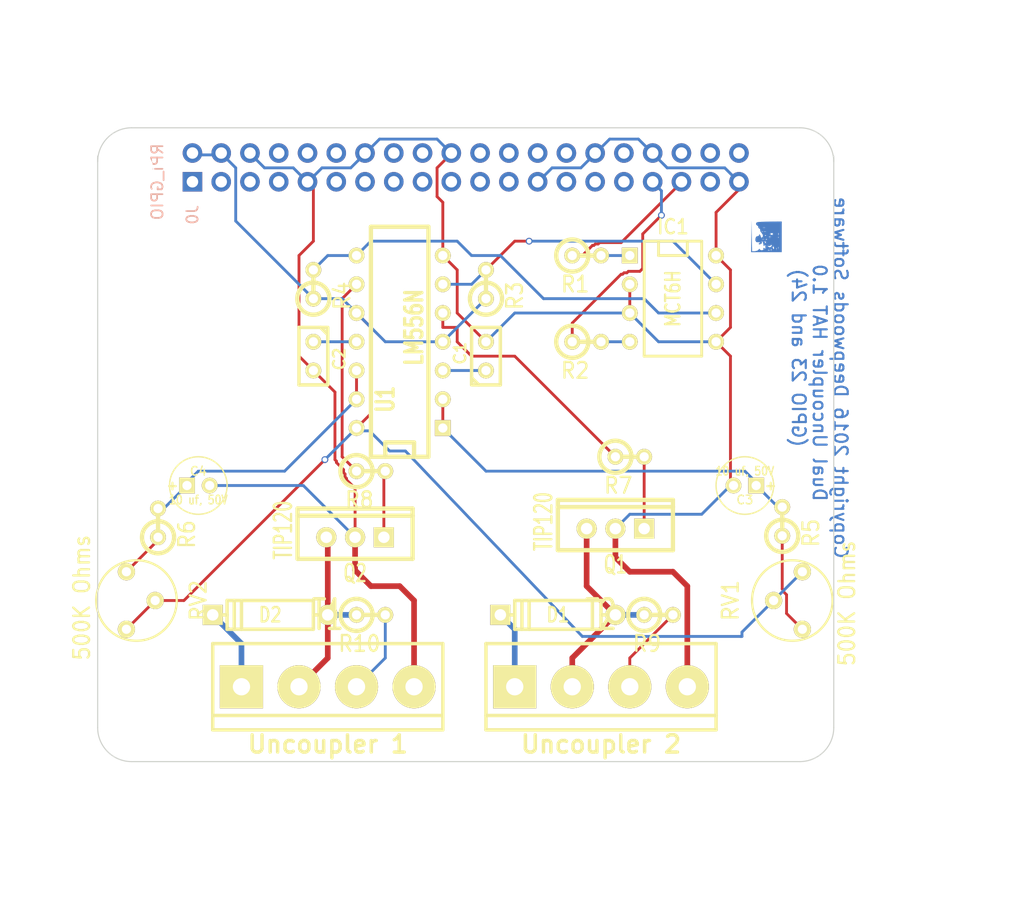
<source format=kicad_pcb>
(kicad_pcb (version 3) (host pcbnew "(2013-june-11)-stable")

  (general
    (links 62)
    (no_connects 0)
    (area 29.21 20.574 130.81 101.727)
    (thickness 1.6)
    (drawings 17)
    (tracks 209)
    (zones 0)
    (modules 30)
    (nets 25)
  )

  (page USLetter)
  (title_block 
    (company "Deepwoods Software")
  )

  (layers
    (15 F.Cu signal)
    (0 B.Cu signal)
    (16 B.Adhes user hide)
    (17 F.Adhes user hide)
    (18 B.Paste user hide)
    (19 F.Paste user hide)
    (20 B.SilkS user hide)
    (21 F.SilkS user)
    (22 B.Mask user hide)
    (23 F.Mask user hide)
    (24 Dwgs.User user hide)
    (25 Cmts.User user)
    (26 Eco1.User user hide)
    (27 Eco2.User user hide)
    (28 Edge.Cuts user)
  )

  (setup
    (last_trace_width 0.25)
    (user_trace_width 0.01)
    (user_trace_width 0.02)
    (user_trace_width 0.05)
    (user_trace_width 0.1)
    (user_trace_width 0.2)
    (user_trace_width 0.5)
    (trace_clearance 0.2)
    (zone_clearance 0.508)
    (zone_45_only no)
    (trace_min 0.01)
    (segment_width 0.2)
    (edge_width 0.1)
    (via_size 0.6)
    (via_drill 0.4)
    (via_min_size 0.4)
    (via_min_drill 0.3)
    (user_via 1.2 1)
    (uvia_size 0.3)
    (uvia_drill 0.1)
    (uvias_allowed no)
    (uvia_min_size 0.2)
    (uvia_min_drill 0.1)
    (pcb_text_width 0.3)
    (pcb_text_size 1.5 1.5)
    (mod_edge_width 0.15)
    (mod_text_size 1 1)
    (mod_text_width 0.15)
    (pad_size 1.397 1.397)
    (pad_drill 0.8128)
    (pad_to_mask_clearance 0)
    (aux_axis_origin 0 0)
    (visible_elements 7FFEFFFF)
    (pcbplotparams
      (layerselection 3178497)
      (usegerberextensions false)
      (excludeedgelayer true)
      (linewidth 0.100000)
      (plotframeref false)
      (viasonmask false)
      (mode 1)
      (useauxorigin false)
      (hpglpennumber 1)
      (hpglpenspeed 20)
      (hpglpendiameter 15)
      (hpglpenoverlay 2)
      (psnegative false)
      (psa4output false)
      (plotreference true)
      (plotvalue true)
      (plotothertext true)
      (plotinvisibletext false)
      (padsonsilk false)
      (subtractmaskfromsilk false)
      (outputformat 1)
      (mirror false)
      (drillshape 0)
      (scaleselection 1)
      (outputdirectory meta/))
  )

  (net 0 "")
  (net 1 "/Coil 1")
  (net 2 /Coil2)
  (net 3 "/Coupler 1 power")
  (net 4 "/Coupler 2 Power")
  (net 5 GND)
  (net 6 GPIO.23)
  (net 7 GPIO.24)
  (net 8 N-000001)
  (net 9 N-0000011)
  (net 10 N-0000016)
  (net 11 N-0000017)
  (net 12 N-0000018)
  (net 13 N-000002)
  (net 14 N-0000023)
  (net 15 N-0000024)
  (net 16 N-0000025)
  (net 17 N-000003)
  (net 18 N-000004)
  (net 19 N-0000050)
  (net 20 N-0000051)
  (net 21 N-0000052)
  (net 22 N-000007)
  (net 23 N-000008)
  (net 24 VCC)

  (net_class Default "This is the default net class."
    (clearance 0.2)
    (trace_width 0.25)
    (via_dia 0.6)
    (via_drill 0.4)
    (uvia_dia 0.3)
    (uvia_drill 0.1)
    (add_net "")
    (add_net GND)
    (add_net GPIO.23)
    (add_net GPIO.24)
    (add_net N-000001)
    (add_net N-0000011)
    (add_net N-0000016)
    (add_net N-0000017)
    (add_net N-0000018)
    (add_net N-000002)
    (add_net N-0000023)
    (add_net N-0000024)
    (add_net N-0000025)
    (add_net N-000003)
    (add_net N-000004)
    (add_net N-0000050)
    (add_net N-0000051)
    (add_net N-0000052)
    (add_net N-000007)
    (add_net N-000008)
    (add_net VCC)
  )

  (net_class Power ""
    (clearance 0.4)
    (trace_width 0.5)
    (via_dia 1.2)
    (via_drill 1)
    (uvia_dia 0.9)
    (uvia_drill 0.7)
    (add_net "/Coil 1")
    (add_net /Coil2)
    (add_net "/Coupler 1 power")
    (add_net "/Coupler 2 Power")
  )

  (module C1V5 (layer F.Cu) (tedit 5845870A) (tstamp 582632BF)
    (at 95.25 63.5 180)
    (descr "Condensateur e = 1 pas")
    (tags C)
    (path /58447CE0)
    (fp_text reference C3 (at 0 -1.26746 180) (layer F.SilkS)
      (effects (font (size 0.762 0.762) (thickness 0.127)))
    )
    (fp_text value "10 uf, 50V" (at 0 1.27 180) (layer F.SilkS)
      (effects (font (size 0.762 0.635) (thickness 0.127)))
    )
    (fp_text user + (at -2.286 0 180) (layer F.SilkS)
      (effects (font (size 0.762 0.762) (thickness 0.2032)))
    )
    (fp_circle (center 0 0) (end 0.127 -2.54) (layer F.SilkS) (width 0.127))
    (pad 1 thru_hole rect (at -1 0 180) (size 1.397 1.397) (drill 0.8128)
      (layers *.Cu *.Mask F.SilkS)
      (net 12 N-0000018)
    )
    (pad 2 thru_hole circle (at 1 0 180) (size 1.397 1.397) (drill 0.8128)
      (layers *.Cu *.Mask F.SilkS)
      (net 5 GND)
    )
    (model discret/c_vert_c1v5.wrl
      (at (xyz 0 0 0))
      (scale (xyz 1 1 1))
      (rotate (xyz 0 0 0))
    )
  )

  (module C1V5 (layer F.Cu) (tedit 5845863C) (tstamp 582632D5)
    (at 46.99 63.5)
    (descr "Condensateur e = 1 pas")
    (tags C)
    (path /58447C5E)
    (fp_text reference C4 (at 0 -1.26746) (layer F.SilkS)
      (effects (font (size 0.762 0.762) (thickness 0.127)))
    )
    (fp_text value "10 uf, 50V" (at 0 1.27) (layer F.SilkS)
      (effects (font (size 0.762 0.635) (thickness 0.127)))
    )
    (fp_text user + (at -2.286 0) (layer F.SilkS)
      (effects (font (size 0.762 0.762) (thickness 0.2032)))
    )
    (fp_circle (center 0 0) (end 0.127 -2.54) (layer F.SilkS) (width 0.127))
    (pad 1 thru_hole rect (at -1 0) (size 1.397 1.397) (drill 0.8128)
      (layers *.Cu *.Mask F.SilkS)
      (net 10 N-0000016)
    )
    (pad 2 thru_hole circle (at 1 0) (size 1.397 1.397) (drill 0.8128)
      (layers *.Cu *.Mask F.SilkS)
      (net 5 GND)
    )
    (model discret/c_vert_c1v5.wrl
      (at (xyz 0 0 0))
      (scale (xyz 1 1 1))
      (rotate (xyz 0 0 0))
    )
  )

  (module RPi_Hat:Pin_Header_Straight_2x20   locked (layer B.Cu) (tedit 580FA54B) (tstamp 5516AEA0)
    (at 70.601 35.394 90)
    (descr "Through hole pin header")
    (tags "pin header")
    (path /5516AE26)
    (fp_text reference J0 (at -4.191 -24.13 90) (layer B.SilkS)
      (effects (font (size 1 1) (thickness 0.15)) (justify mirror))
    )
    (fp_text value RPi_GPIO (at -1.27 -27.23 90) (layer B.SilkS)
      (effects (font (size 1 1) (thickness 0.15)) (justify mirror))
    )
    (fp_line (start -3.02 -25.88) (end -3.02 25.92) (layer Cmts.User) (width 0.05))
    (fp_line (start 3.03 -25.88) (end 3.03 25.92) (layer Cmts.User) (width 0.05))
    (fp_line (start -3.02 -25.88) (end 3.03 -25.88) (layer Cmts.User) (width 0.05))
    (fp_line (start -3.02 25.92) (end 3.03 25.92) (layer Cmts.User) (width 0.05))
    (fp_line (start 2.54 25.4) (end 2.54 -25.4) (layer Cmts.User) (width 0.15))
    (fp_line (start -2.54 -22.86) (end -2.54 25.4) (layer Cmts.User) (width 0.15))
    (fp_line (start 2.54 25.4) (end -2.54 25.4) (layer Cmts.User) (width 0.15))
    (fp_line (start 2.54 -25.4) (end 0 -25.4) (layer Cmts.User) (width 0.15))
    (fp_line (start -1.27 -25.68) (end -2.82 -25.68) (layer Cmts.User) (width 0.15))
    (fp_line (start 0 -25.4) (end 0 -22.86) (layer Cmts.User) (width 0.15))
    (fp_line (start 0 -22.86) (end -2.54 -22.86) (layer Cmts.User) (width 0.15))
    (fp_line (start -2.82 -25.68) (end -2.82 -24.13) (layer Cmts.User) (width 0.15))
    (pad 1 thru_hole rect (at -1.27 -24.13 90) (size 1.7272 1.7272) (drill 1.016)
      (layers *.Cu *.Mask)
    )
    (pad 2 thru_hole oval (at 1.27 -24.13 90) (size 1.7272 1.7272) (drill 1.016)
      (layers *.Cu *.Mask)
      (net 24 VCC)
    )
    (pad 3 thru_hole oval (at -1.27 -21.59 90) (size 1.7272 1.7272) (drill 1.016)
      (layers *.Cu *.Mask)
    )
    (pad 4 thru_hole oval (at 1.27 -21.59 90) (size 1.7272 1.7272) (drill 1.016)
      (layers *.Cu *.Mask)
      (net 24 VCC)
    )
    (pad 5 thru_hole oval (at -1.27 -19.05 90) (size 1.7272 1.7272) (drill 1.016)
      (layers *.Cu *.Mask)
    )
    (pad 6 thru_hole oval (at 1.27 -19.05 90) (size 1.7272 1.7272) (drill 1.016)
      (layers *.Cu *.Mask)
      (net 5 GND)
    )
    (pad 7 thru_hole oval (at -1.27 -16.51 90) (size 1.7272 1.7272) (drill 1.016)
      (layers *.Cu *.Mask)
    )
    (pad 8 thru_hole oval (at 1.27 -16.51 90) (size 1.7272 1.7272) (drill 1.016)
      (layers *.Cu *.Mask)
    )
    (pad 9 thru_hole oval (at -1.27 -13.97 90) (size 1.7272 1.7272) (drill 1.016)
      (layers *.Cu *.Mask)
      (net 5 GND)
    )
    (pad 10 thru_hole oval (at 1.27 -13.97 90) (size 1.7272 1.7272) (drill 1.016)
      (layers *.Cu *.Mask)
    )
    (pad 11 thru_hole oval (at -1.27 -11.43 90) (size 1.7272 1.7272) (drill 1.016)
      (layers *.Cu *.Mask)
    )
    (pad 12 thru_hole oval (at 1.27 -11.43 90) (size 1.7272 1.7272) (drill 1.016)
      (layers *.Cu *.Mask)
    )
    (pad 13 thru_hole oval (at -1.27 -8.89 90) (size 1.7272 1.7272) (drill 1.016)
      (layers *.Cu *.Mask)
    )
    (pad 14 thru_hole oval (at 1.27 -8.89 90) (size 1.7272 1.7272) (drill 1.016)
      (layers *.Cu *.Mask)
      (net 5 GND)
    )
    (pad 15 thru_hole oval (at -1.27 -6.35 90) (size 1.7272 1.7272) (drill 1.016)
      (layers *.Cu *.Mask)
    )
    (pad 16 thru_hole oval (at 1.27 -6.35 90) (size 1.7272 1.7272) (drill 1.016)
      (layers *.Cu *.Mask)
    )
    (pad 17 thru_hole oval (at -1.27 -3.81 90) (size 1.7272 1.7272) (drill 1.016)
      (layers *.Cu *.Mask)
    )
    (pad 18 thru_hole oval (at 1.27 -3.81 90) (size 1.7272 1.7272) (drill 1.016)
      (layers *.Cu *.Mask)
    )
    (pad 19 thru_hole oval (at -1.27 -1.27 90) (size 1.7272 1.7272) (drill 1.016)
      (layers *.Cu *.Mask)
    )
    (pad 20 thru_hole oval (at 1.27 -1.27 90) (size 1.7272 1.7272) (drill 1.016)
      (layers *.Cu *.Mask)
      (net 5 GND)
    )
    (pad 21 thru_hole oval (at -1.27 1.27 90) (size 1.7272 1.7272) (drill 1.016)
      (layers *.Cu *.Mask)
    )
    (pad 22 thru_hole oval (at 1.27 1.27 90) (size 1.7272 1.7272) (drill 1.016)
      (layers *.Cu *.Mask)
    )
    (pad 23 thru_hole oval (at -1.27 3.81 90) (size 1.7272 1.7272) (drill 1.016)
      (layers *.Cu *.Mask)
    )
    (pad 24 thru_hole oval (at 1.27 3.81 90) (size 1.7272 1.7272) (drill 1.016)
      (layers *.Cu *.Mask)
    )
    (pad 25 thru_hole oval (at -1.27 6.35 90) (size 1.7272 1.7272) (drill 1.016)
      (layers *.Cu *.Mask)
      (net 5 GND)
    )
    (pad 26 thru_hole oval (at 1.27 6.35 90) (size 1.7272 1.7272) (drill 1.016)
      (layers *.Cu *.Mask)
    )
    (pad 27 thru_hole oval (at -1.27 8.89 90) (size 1.7272 1.7272) (drill 1.016)
      (layers *.Cu *.Mask)
    )
    (pad 28 thru_hole oval (at 1.27 8.89 90) (size 1.7272 1.7272) (drill 1.016)
      (layers *.Cu *.Mask)
    )
    (pad 29 thru_hole oval (at -1.27 11.43 90) (size 1.7272 1.7272) (drill 1.016)
      (layers *.Cu *.Mask)
    )
    (pad 30 thru_hole oval (at 1.27 11.43 90) (size 1.7272 1.7272) (drill 1.016)
      (layers *.Cu *.Mask)
      (net 5 GND)
    )
    (pad 31 thru_hole oval (at -1.27 13.97 90) (size 1.7272 1.7272) (drill 1.016)
      (layers *.Cu *.Mask)
    )
    (pad 32 thru_hole oval (at 1.27 13.97 90) (size 1.7272 1.7272) (drill 1.016)
      (layers *.Cu *.Mask)
    )
    (pad 33 thru_hole oval (at -1.27 16.51 90) (size 1.7272 1.7272) (drill 1.016)
      (layers *.Cu *.Mask)
      (net 6 GPIO.23)
    )
    (pad 34 thru_hole oval (at 1.27 16.51 90) (size 1.7272 1.7272) (drill 1.016)
      (layers *.Cu *.Mask)
      (net 5 GND)
    )
    (pad 35 thru_hole oval (at -1.27 19.05 90) (size 1.7272 1.7272) (drill 1.016)
      (layers *.Cu *.Mask)
      (net 7 GPIO.24)
    )
    (pad 36 thru_hole oval (at 1.27 19.05 90) (size 1.7272 1.7272) (drill 1.016)
      (layers *.Cu *.Mask)
    )
    (pad 37 thru_hole oval (at -1.27 21.59 90) (size 1.7272 1.7272) (drill 1.016)
      (layers *.Cu *.Mask)
    )
    (pad 38 thru_hole oval (at 1.27 21.59 90) (size 1.7272 1.7272) (drill 1.016)
      (layers *.Cu *.Mask)
    )
    (pad 39 thru_hole oval (at -1.27 24.13 90) (size 1.7272 1.7272) (drill 1.016)
      (layers *.Cu *.Mask)
      (net 5 GND)
    )
    (pad 40 thru_hole oval (at 1.27 24.13 90) (size 1.7272 1.7272) (drill 1.016)
      (layers *.Cu *.Mask)
    )
    (model walter/pin_strip/pin_socket_20x2.wrl
      (at (xyz 0 0 0))
      (scale (xyz 1 1 1))
      (rotate (xyz 0 0 90))
    )
    (model walter/pin_strip/pin_strip_20x2.wrl
      (at (xyz 0 0 0.03125))
      (scale (xyz 1 1 1))
      (rotate (xyz 180 0 90))
    )
  )

  (module RPi_Hat:RPi_Hat_Mounting_Hole   locked (layer B.Cu) (tedit 580FABD5) (tstamp 5515DEA9)
    (at 99.601 35.394)
    (descr "Mounting hole, Befestigungsbohrung, 2,7mm, No Annular, Kein Restring,")
    (tags "Mounting hole, Befestigungsbohrung, 2,7mm, No Annular, Kein Restring,")
    (fp_text reference H2 (at 0 -4.0005) (layer B.SilkS) hide
      (effects (font (size 1 1) (thickness 0.15)) (justify mirror))
    )
    (fp_text value "" (at 0.09906 3.59918) (layer B.SilkS) hide
      (effects (font (size 1 1) (thickness 0.15)) (justify mirror))
    )
    (fp_circle (center 0 0) (end 1.375 0) (layer Cmts.User) (width 0.15))
    (fp_circle (center 0 0) (end 3.1 0) (layer Cmts.User) (width 0.15))
    (fp_circle (center 0 0) (end 3.1 0) (layer Cmts.User) (width 0.15))
    (fp_circle (center 0 0) (end 1.375 0) (layer Cmts.User) (width 0.15))
    (fp_circle (center 0 0) (end 3.1 0) (layer Cmts.User) (width 0.15))
    (fp_circle (center 0 0) (end 3.1 0) (layer Cmts.User) (width 0.15))
    (pad "" np_thru_hole circle (at 0 0) (size 2.75 2.75) (drill 2.75)
      (layers *.Cu *.Mask)
      (solder_mask_margin 1.725)
      (clearance 1.725)
    )
  )

  (module RPi_Hat:RPi_Hat_Mounting_Hole   locked (layer B.Cu) (tedit 580FABF4) (tstamp 55169DC9)
    (at 99.601 84.394)
    (descr "Mounting hole, Befestigungsbohrung, 2,7mm, No Annular, Kein Restring,")
    (tags "Mounting hole, Befestigungsbohrung, 2,7mm, No Annular, Kein Restring,")
    (fp_text reference H4 (at 0 -4.0005) (layer B.SilkS) hide
      (effects (font (size 1 1) (thickness 0.15)) (justify mirror))
    )
    (fp_text value "" (at 0.09906 3.59918) (layer B.SilkS) hide
      (effects (font (size 1 1) (thickness 0.15)) (justify mirror))
    )
    (fp_circle (center 0 0) (end 1.375 0) (layer Cmts.User) (width 0.15))
    (fp_circle (center 0 0) (end 3.1 0) (layer Cmts.User) (width 0.15))
    (fp_circle (center 0 0) (end 3.1 0) (layer Cmts.User) (width 0.15))
    (fp_circle (center 0 0) (end 1.375 0) (layer Cmts.User) (width 0.15))
    (fp_circle (center 0 0) (end 3.1 0) (layer Cmts.User) (width 0.15))
    (fp_circle (center 0 0) (end 3.1 0) (layer Cmts.User) (width 0.15))
    (pad "" np_thru_hole circle (at 0 0) (size 2.75 2.75) (drill 2.75)
      (layers *.Cu *.Mask)
      (solder_mask_margin 1.725)
      (clearance 1.725)
    )
  )

  (module RPi_Hat:RPi_Hat_Mounting_Hole   locked (layer B.Cu) (tedit 580FABE5) (tstamp 5515DECC)
    (at 41.601 84.394)
    (descr "Mounting hole, Befestigungsbohrung, 2,7mm, No Annular, Kein Restring,")
    (tags "Mounting hole, Befestigungsbohrung, 2,7mm, No Annular, Kein Restring,")
    (fp_text reference H3 (at 0 -4.0005) (layer B.SilkS) hide
      (effects (font (size 1 1) (thickness 0.15)) (justify mirror))
    )
    (fp_text value "" (at 0.09906 3.59918) (layer B.SilkS) hide
      (effects (font (size 1 1) (thickness 0.15)) (justify mirror))
    )
    (fp_circle (center 0 0) (end 1.375 0) (layer Cmts.User) (width 0.15))
    (fp_circle (center 0 0) (end 3.1 0) (layer Cmts.User) (width 0.15))
    (fp_circle (center 0 0) (end 3.1 0) (layer Cmts.User) (width 0.15))
    (fp_circle (center 0 0) (end 1.375 0) (layer Cmts.User) (width 0.15))
    (fp_circle (center 0 0) (end 3.1 0) (layer Cmts.User) (width 0.15))
    (fp_circle (center 0 0) (end 3.1 0) (layer Cmts.User) (width 0.15))
    (pad "" np_thru_hole circle (at 0 0) (size 2.75 2.75) (drill 2.75)
      (layers *.Cu *.Mask)
      (solder_mask_margin 1.725)
      (clearance 1.725)
    )
  )

  (module RPi_Hat:RPi_Hat_Mounting_Hole   locked (layer B.Cu) (tedit 580FABC5) (tstamp 5515DEBF)
    (at 41.601 35.394)
    (descr "Mounting hole, Befestigungsbohrung, 2,7mm, No Annular, Kein Restring,")
    (tags "Mounting hole, Befestigungsbohrung, 2,7mm, No Annular, Kein Restring,")
    (fp_text reference H1 (at 0 -4.0005) (layer B.SilkS) hide
      (effects (font (size 1 1) (thickness 0.15)) (justify mirror))
    )
    (fp_text value "" (at 0.09906 3.59918) (layer B.SilkS) hide
      (effects (font (size 1 1) (thickness 0.15)) (justify mirror))
    )
    (fp_circle (center 0 0) (end 1.375 0) (layer Cmts.User) (width 0.15))
    (fp_circle (center 0 0) (end 3.1 0) (layer Cmts.User) (width 0.15))
    (fp_circle (center 0 0) (end 3.1 0) (layer Cmts.User) (width 0.15))
    (fp_circle (center 0 0) (end 1.375 0) (layer Cmts.User) (width 0.15))
    (fp_circle (center 0 0) (end 3.1 0) (layer Cmts.User) (width 0.15))
    (fp_circle (center 0 0) (end 3.1 0) (layer Cmts.User) (width 0.15))
    (pad "" np_thru_hole circle (at 0 0) (size 2.75 2.75) (drill 2.75)
      (layers *.Cu *.Mask)
      (solder_mask_margin 1.725)
      (clearance 1.725)
    )
  )

  (module RV2   locked (layer F.Cu) (tedit 3FA15781) (tstamp 58263209)
    (at 41.91 73.66 270)
    (descr "Resistance variable / potentiometre")
    (tags R)
    (path /58261EAF)
    (autoplace_cost90 10)
    (autoplace_cost180 10)
    (fp_text reference RV2 (at 0 -5.08 270) (layer F.SilkS)
      (effects (font (size 1.397 1.27) (thickness 0.2032)))
    )
    (fp_text value "500K Ohms" (at -0.254 5.207 270) (layer F.SilkS)
      (effects (font (size 1.397 1.27) (thickness 0.2032)))
    )
    (fp_circle (center 0 0.381) (end 0 -3.175) (layer F.SilkS) (width 0.2032))
    (pad 1 thru_hole circle (at -2.54 1.27 270) (size 1.524 1.524) (drill 0.8128)
      (layers *.Cu *.Mask F.SilkS)
      (net 16 N-0000025)
    )
    (pad 2 thru_hole circle (at 0 -1.27 270) (size 1.524 1.524) (drill 0.8128)
      (layers *.Cu *.Mask F.SilkS)
      (net 24 VCC)
    )
    (pad 3 thru_hole circle (at 2.54 1.27 270) (size 1.524 1.524) (drill 0.8128)
      (layers *.Cu *.Mask F.SilkS)
      (net 24 VCC)
    )
    (model discret/adjustable_rx2.wrl
      (at (xyz 0 0 0))
      (scale (xyz 1 1 1))
      (rotate (xyz 0 0 0))
    )
  )

  (module RV2   locked (layer F.Cu) (tedit 3FA15781) (tstamp 58263211)
    (at 99.06 73.66 90)
    (descr "Resistance variable / potentiometre")
    (tags R)
    (path /58261EBE)
    (autoplace_cost90 10)
    (autoplace_cost180 10)
    (fp_text reference RV1 (at 0 -5.08 90) (layer F.SilkS)
      (effects (font (size 1.397 1.27) (thickness 0.2032)))
    )
    (fp_text value "500K Ohms" (at -0.254 5.207 90) (layer F.SilkS)
      (effects (font (size 1.397 1.27) (thickness 0.2032)))
    )
    (fp_circle (center 0 0.381) (end 0 -3.175) (layer F.SilkS) (width 0.2032))
    (pad 1 thru_hole circle (at -2.54 1.27 90) (size 1.524 1.524) (drill 0.8128)
      (layers *.Cu *.Mask F.SilkS)
      (net 15 N-0000024)
    )
    (pad 2 thru_hole circle (at 0 -1.27 90) (size 1.524 1.524) (drill 0.8128)
      (layers *.Cu *.Mask F.SilkS)
      (net 24 VCC)
    )
    (pad 3 thru_hole circle (at 2.54 1.27 90) (size 1.524 1.524) (drill 0.8128)
      (layers *.Cu *.Mask F.SilkS)
      (net 24 VCC)
    )
    (model discret/adjustable_rx2.wrl
      (at (xyz 0 0 0))
      (scale (xyz 1 1 1))
      (rotate (xyz 0 0 0))
    )
  )

  (module R1   locked   placed (layer F.Cu) (tedit 200000) (tstamp 58263219)
    (at 57.15 45.72 90)
    (descr "Resistance verticale")
    (tags R)
    (path /5826238A)
    (autoplace_cost90 10)
    (autoplace_cost180 10)
    (fp_text reference R4 (at -1.016 2.54 90) (layer F.SilkS)
      (effects (font (size 1.397 1.27) (thickness 0.2032)))
    )
    (fp_text value "1K Ohms" (at -1.143 2.54 90) (layer F.SilkS) hide
      (effects (font (size 1.397 1.27) (thickness 0.2032)))
    )
    (fp_line (start -1.27 0) (end 1.27 0) (layer F.SilkS) (width 0.381))
    (fp_circle (center -1.27 0) (end -0.635 1.27) (layer F.SilkS) (width 0.381))
    (pad 1 thru_hole circle (at -1.27 0 90) (size 1.397 1.397) (drill 0.8128)
      (layers *.Cu *.Mask F.SilkS)
      (net 24 VCC)
    )
    (pad 2 thru_hole circle (at 1.27 0 90) (size 1.397 1.397) (drill 0.8128)
      (layers *.Cu *.Mask F.SilkS)
      (net 18 N-000004)
    )
    (model discret/verti_resistor.wrl
      (at (xyz 0 0 0))
      (scale (xyz 1 1 1))
      (rotate (xyz 0 0 0))
    )
  )

  (module R1   locked   placed (layer F.Cu) (tedit 200000) (tstamp 58263221)
    (at 43.434 66.802 90)
    (descr "Resistance verticale")
    (tags R)
    (path /58261ECD)
    (autoplace_cost90 10)
    (autoplace_cost180 10)
    (fp_text reference R6 (at -1.016 2.54 90) (layer F.SilkS)
      (effects (font (size 1.397 1.27) (thickness 0.2032)))
    )
    (fp_text value "510K Ohms" (at -1.143 2.54 90) (layer F.SilkS) hide
      (effects (font (size 1.397 1.27) (thickness 0.2032)))
    )
    (fp_line (start -1.27 0) (end 1.27 0) (layer F.SilkS) (width 0.381))
    (fp_circle (center -1.27 0) (end -0.635 1.27) (layer F.SilkS) (width 0.381))
    (pad 1 thru_hole circle (at -1.27 0 90) (size 1.397 1.397) (drill 0.8128)
      (layers *.Cu *.Mask F.SilkS)
      (net 16 N-0000025)
    )
    (pad 2 thru_hole circle (at 1.27 0 90) (size 1.397 1.397) (drill 0.8128)
      (layers *.Cu *.Mask F.SilkS)
      (net 10 N-0000016)
    )
    (model discret/verti_resistor.wrl
      (at (xyz 0 0 0))
      (scale (xyz 1 1 1))
      (rotate (xyz 0 0 0))
    )
  )

  (module R1   locked   placed (layer F.Cu) (tedit 200000) (tstamp 58263229)
    (at 98.552 66.675 90)
    (descr "Resistance verticale")
    (tags R)
    (path /58261EDC)
    (autoplace_cost90 10)
    (autoplace_cost180 10)
    (fp_text reference R5 (at -1.016 2.54 90) (layer F.SilkS)
      (effects (font (size 1.397 1.27) (thickness 0.2032)))
    )
    (fp_text value "510K Ohms" (at -1.143 2.54 90) (layer F.SilkS) hide
      (effects (font (size 1.397 1.27) (thickness 0.2032)))
    )
    (fp_line (start -1.27 0) (end 1.27 0) (layer F.SilkS) (width 0.381))
    (fp_circle (center -1.27 0) (end -0.635 1.27) (layer F.SilkS) (width 0.381))
    (pad 1 thru_hole circle (at -1.27 0 90) (size 1.397 1.397) (drill 0.8128)
      (layers *.Cu *.Mask F.SilkS)
      (net 15 N-0000024)
    )
    (pad 2 thru_hole circle (at 1.27 0 90) (size 1.397 1.397) (drill 0.8128)
      (layers *.Cu *.Mask F.SilkS)
      (net 12 N-0000018)
    )
    (model discret/verti_resistor.wrl
      (at (xyz 0 0 0))
      (scale (xyz 1 1 1))
      (rotate (xyz 0 0 0))
    )
  )

  (module R1   locked   placed (layer F.Cu) (tedit 200000) (tstamp 58263231)
    (at 62.23 62.23)
    (descr "Resistance verticale")
    (tags R)
    (path /58261EEB)
    (autoplace_cost90 10)
    (autoplace_cost180 10)
    (fp_text reference R8 (at -1.016 2.54) (layer F.SilkS)
      (effects (font (size 1.397 1.27) (thickness 0.2032)))
    )
    (fp_text value "1K Ohms" (at -1.143 2.54) (layer F.SilkS) hide
      (effects (font (size 1.397 1.27) (thickness 0.2032)))
    )
    (fp_line (start -1.27 0) (end 1.27 0) (layer F.SilkS) (width 0.381))
    (fp_circle (center -1.27 0) (end -0.635 1.27) (layer F.SilkS) (width 0.381))
    (pad 1 thru_hole circle (at -1.27 0) (size 1.397 1.397) (drill 0.8128)
      (layers *.Cu *.Mask F.SilkS)
      (net 11 N-0000017)
    )
    (pad 2 thru_hole circle (at 1.27 0) (size 1.397 1.397) (drill 0.8128)
      (layers *.Cu *.Mask F.SilkS)
      (net 14 N-0000023)
    )
    (model discret/verti_resistor.wrl
      (at (xyz 0 0 0))
      (scale (xyz 1 1 1))
      (rotate (xyz 0 0 0))
    )
  )

  (module R1   locked   placed (layer F.Cu) (tedit 200000) (tstamp 58263239)
    (at 85.09 60.96)
    (descr "Resistance verticale")
    (tags R)
    (path /58261EFA)
    (autoplace_cost90 10)
    (autoplace_cost180 10)
    (fp_text reference R7 (at -1.016 2.54) (layer F.SilkS)
      (effects (font (size 1.397 1.27) (thickness 0.2032)))
    )
    (fp_text value "1K Ohms" (at -1.143 2.54) (layer F.SilkS) hide
      (effects (font (size 1.397 1.27) (thickness 0.2032)))
    )
    (fp_line (start -1.27 0) (end 1.27 0) (layer F.SilkS) (width 0.381))
    (fp_circle (center -1.27 0) (end -0.635 1.27) (layer F.SilkS) (width 0.381))
    (pad 1 thru_hole circle (at -1.27 0) (size 1.397 1.397) (drill 0.8128)
      (layers *.Cu *.Mask F.SilkS)
      (net 9 N-0000011)
    )
    (pad 2 thru_hole circle (at 1.27 0) (size 1.397 1.397) (drill 0.8128)
      (layers *.Cu *.Mask F.SilkS)
      (net 19 N-0000050)
    )
    (model discret/verti_resistor.wrl
      (at (xyz 0 0 0))
      (scale (xyz 1 1 1))
      (rotate (xyz 0 0 0))
    )
  )

  (module R1   locked   placed (layer F.Cu) (tedit 200000) (tstamp 58263241)
    (at 72.39 45.72 90)
    (descr "Resistance verticale")
    (tags R)
    (path /5826237B)
    (autoplace_cost90 10)
    (autoplace_cost180 10)
    (fp_text reference R3 (at -1.016 2.54 90) (layer F.SilkS)
      (effects (font (size 1.397 1.27) (thickness 0.2032)))
    )
    (fp_text value "1K Ohms" (at -1.143 2.54 90) (layer F.SilkS) hide
      (effects (font (size 1.397 1.27) (thickness 0.2032)))
    )
    (fp_line (start -1.27 0) (end 1.27 0) (layer F.SilkS) (width 0.381))
    (fp_circle (center -1.27 0) (end -0.635 1.27) (layer F.SilkS) (width 0.381))
    (pad 1 thru_hole circle (at -1.27 0 90) (size 1.397 1.397) (drill 0.8128)
      (layers *.Cu *.Mask F.SilkS)
      (net 24 VCC)
    )
    (pad 2 thru_hole circle (at 1.27 0 90) (size 1.397 1.397) (drill 0.8128)
      (layers *.Cu *.Mask F.SilkS)
      (net 17 N-000003)
    )
    (model discret/verti_resistor.wrl
      (at (xyz 0 0 0))
      (scale (xyz 1 1 1))
      (rotate (xyz 0 0 0))
    )
  )

  (module R1   locked   placed (layer F.Cu) (tedit 200000) (tstamp 58263249)
    (at 81.28 43.18)
    (descr "Resistance verticale")
    (tags R)
    (path /5826236C)
    (autoplace_cost90 10)
    (autoplace_cost180 10)
    (fp_text reference R1 (at -1.016 2.54) (layer F.SilkS)
      (effects (font (size 1.397 1.27) (thickness 0.2032)))
    )
    (fp_text value "270 Ohms" (at -1.143 2.54) (layer F.SilkS) hide
      (effects (font (size 1.397 1.27) (thickness 0.2032)))
    )
    (fp_line (start -1.27 0) (end 1.27 0) (layer F.SilkS) (width 0.381))
    (fp_circle (center -1.27 0) (end -0.635 1.27) (layer F.SilkS) (width 0.381))
    (pad 1 thru_hole circle (at -1.27 0) (size 1.397 1.397) (drill 0.8128)
      (layers *.Cu *.Mask F.SilkS)
      (net 7 GPIO.24)
    )
    (pad 2 thru_hole circle (at 1.27 0) (size 1.397 1.397) (drill 0.8128)
      (layers *.Cu *.Mask F.SilkS)
      (net 20 N-0000051)
    )
    (model discret/verti_resistor.wrl
      (at (xyz 0 0 0))
      (scale (xyz 1 1 1))
      (rotate (xyz 0 0 0))
    )
  )

  (module R1   locked   placed (layer F.Cu) (tedit 200000) (tstamp 58263251)
    (at 81.28 50.8)
    (descr "Resistance verticale")
    (tags R)
    (path /5826235D)
    (autoplace_cost90 10)
    (autoplace_cost180 10)
    (fp_text reference R2 (at -1.016 2.54) (layer F.SilkS)
      (effects (font (size 1.397 1.27) (thickness 0.2032)))
    )
    (fp_text value "270 Ohms" (at -1.143 2.54) (layer F.SilkS) hide
      (effects (font (size 1.397 1.27) (thickness 0.2032)))
    )
    (fp_line (start -1.27 0) (end 1.27 0) (layer F.SilkS) (width 0.381))
    (fp_circle (center -1.27 0) (end -0.635 1.27) (layer F.SilkS) (width 0.381))
    (pad 1 thru_hole circle (at -1.27 0) (size 1.397 1.397) (drill 0.8128)
      (layers *.Cu *.Mask F.SilkS)
      (net 6 GPIO.23)
    )
    (pad 2 thru_hole circle (at 1.27 0) (size 1.397 1.397) (drill 0.8128)
      (layers *.Cu *.Mask F.SilkS)
      (net 21 N-0000052)
    )
    (model discret/verti_resistor.wrl
      (at (xyz 0 0 0))
      (scale (xyz 1 1 1))
      (rotate (xyz 0 0 0))
    )
  )

  (module R1   locked   placed (layer F.Cu) (tedit 200000) (tstamp 58263259)
    (at 62.23 74.93)
    (descr "Resistance verticale")
    (tags R)
    (path /58261F88)
    (autoplace_cost90 10)
    (autoplace_cost180 10)
    (fp_text reference R10 (at -1.016 2.54) (layer F.SilkS)
      (effects (font (size 1.397 1.27) (thickness 0.2032)))
    )
    (fp_text value "1K Ohms" (at -1.143 2.54) (layer F.SilkS) hide
      (effects (font (size 1.397 1.27) (thickness 0.2032)))
    )
    (fp_line (start -1.27 0) (end 1.27 0) (layer F.SilkS) (width 0.381))
    (fp_circle (center -1.27 0) (end -0.635 1.27) (layer F.SilkS) (width 0.381))
    (pad 1 thru_hole circle (at -1.27 0) (size 1.397 1.397) (drill 0.8128)
      (layers *.Cu *.Mask F.SilkS)
      (net 1 "/Coil 1")
    )
    (pad 2 thru_hole circle (at 1.27 0) (size 1.397 1.397) (drill 0.8128)
      (layers *.Cu *.Mask F.SilkS)
      (net 23 N-000008)
    )
    (model discret/verti_resistor.wrl
      (at (xyz 0 0 0))
      (scale (xyz 1 1 1))
      (rotate (xyz 0 0 0))
    )
  )

  (module R1   locked   placed (layer F.Cu) (tedit 200000) (tstamp 58263261)
    (at 87.63 74.93)
    (descr "Resistance verticale")
    (tags R)
    (path /58261F97)
    (autoplace_cost90 10)
    (autoplace_cost180 10)
    (fp_text reference R9 (at -1.016 2.54) (layer F.SilkS)
      (effects (font (size 1.397 1.27) (thickness 0.2032)))
    )
    (fp_text value "1K Ohms" (at -1.143 2.54) (layer F.SilkS) hide
      (effects (font (size 1.397 1.27) (thickness 0.2032)))
    )
    (fp_line (start -1.27 0) (end 1.27 0) (layer F.SilkS) (width 0.381))
    (fp_circle (center -1.27 0) (end -0.635 1.27) (layer F.SilkS) (width 0.381))
    (pad 1 thru_hole circle (at -1.27 0) (size 1.397 1.397) (drill 0.8128)
      (layers *.Cu *.Mask F.SilkS)
      (net 2 /Coil2)
    )
    (pad 2 thru_hole circle (at 1.27 0) (size 1.397 1.397) (drill 0.8128)
      (layers *.Cu *.Mask F.SilkS)
      (net 22 N-000007)
    )
    (model discret/verti_resistor.wrl
      (at (xyz 0 0 0))
      (scale (xyz 1 1 1))
      (rotate (xyz 0 0 0))
    )
  )

  (module DIP-8__300   locked (layer F.Cu) (tedit 43A7F843) (tstamp 58263274)
    (at 88.9 46.99 270)
    (descr "8 pins DIL package, round pads")
    (tags DIL)
    (path /5826233F)
    (fp_text reference IC1 (at -6.35 0 360) (layer F.SilkS)
      (effects (font (size 1.27 1.143) (thickness 0.2032)))
    )
    (fp_text value MCT6H (at 0 0 270) (layer F.SilkS)
      (effects (font (size 1.27 1.016) (thickness 0.2032)))
    )
    (fp_line (start -5.08 -1.27) (end -3.81 -1.27) (layer F.SilkS) (width 0.254))
    (fp_line (start -3.81 -1.27) (end -3.81 1.27) (layer F.SilkS) (width 0.254))
    (fp_line (start -3.81 1.27) (end -5.08 1.27) (layer F.SilkS) (width 0.254))
    (fp_line (start -5.08 -2.54) (end 5.08 -2.54) (layer F.SilkS) (width 0.254))
    (fp_line (start 5.08 -2.54) (end 5.08 2.54) (layer F.SilkS) (width 0.254))
    (fp_line (start 5.08 2.54) (end -5.08 2.54) (layer F.SilkS) (width 0.254))
    (fp_line (start -5.08 2.54) (end -5.08 -2.54) (layer F.SilkS) (width 0.254))
    (pad 1 thru_hole rect (at -3.81 3.81 270) (size 1.397 1.397) (drill 0.8128)
      (layers *.Cu *.Mask F.SilkS)
      (net 20 N-0000051)
    )
    (pad 2 thru_hole circle (at -1.27 3.81 270) (size 1.397 1.397) (drill 0.8128)
      (layers *.Cu *.Mask F.SilkS)
      (net 5 GND)
    )
    (pad 3 thru_hole circle (at 1.27 3.81 270) (size 1.397 1.397) (drill 0.8128)
      (layers *.Cu *.Mask F.SilkS)
      (net 5 GND)
    )
    (pad 4 thru_hole circle (at 3.81 3.81 270) (size 1.397 1.397) (drill 0.8128)
      (layers *.Cu *.Mask F.SilkS)
      (net 21 N-0000052)
    )
    (pad 5 thru_hole circle (at 3.81 -3.81 270) (size 1.397 1.397) (drill 0.8128)
      (layers *.Cu *.Mask F.SilkS)
      (net 5 GND)
    )
    (pad 6 thru_hole circle (at 1.27 -3.81 270) (size 1.397 1.397) (drill 0.8128)
      (layers *.Cu *.Mask F.SilkS)
      (net 18 N-000004)
    )
    (pad 7 thru_hole circle (at -1.27 -3.81 270) (size 1.397 1.397) (drill 0.8128)
      (layers *.Cu *.Mask F.SilkS)
      (net 17 N-000003)
    )
    (pad 8 thru_hole circle (at -3.81 -3.81 270) (size 1.397 1.397) (drill 0.8128)
      (layers *.Cu *.Mask F.SilkS)
      (net 5 GND)
    )
    (model dil/dil_8.wrl
      (at (xyz 0 0 0))
      (scale (xyz 1 1 1))
      (rotate (xyz 0 0 0))
    )
  )

  (module DIP-14__300   locked (layer F.Cu) (tedit 200000) (tstamp 5826328D)
    (at 64.77 50.8 90)
    (descr "14 pins DIL package, round pads")
    (tags DIL)
    (path /58261E2E)
    (fp_text reference U1 (at -5.08 -1.27 90) (layer F.SilkS)
      (effects (font (size 1.524 1.143) (thickness 0.3048)))
    )
    (fp_text value LM556N (at 1.27 1.27 90) (layer F.SilkS)
      (effects (font (size 1.524 1.143) (thickness 0.3048)))
    )
    (fp_line (start -10.16 -2.54) (end 10.16 -2.54) (layer F.SilkS) (width 0.381))
    (fp_line (start 10.16 2.54) (end -10.16 2.54) (layer F.SilkS) (width 0.381))
    (fp_line (start -10.16 2.54) (end -10.16 -2.54) (layer F.SilkS) (width 0.381))
    (fp_line (start -10.16 -1.27) (end -8.89 -1.27) (layer F.SilkS) (width 0.381))
    (fp_line (start -8.89 -1.27) (end -8.89 1.27) (layer F.SilkS) (width 0.381))
    (fp_line (start -8.89 1.27) (end -10.16 1.27) (layer F.SilkS) (width 0.381))
    (fp_line (start 10.16 -2.54) (end 10.16 2.54) (layer F.SilkS) (width 0.381))
    (pad 1 thru_hole rect (at -7.62 3.81 90) (size 1.397 1.397) (drill 0.8128)
      (layers *.Cu *.Mask F.SilkS)
      (net 12 N-0000018)
    )
    (pad 2 thru_hole circle (at -5.08 3.81 90) (size 1.397 1.397) (drill 0.8128)
      (layers *.Cu *.Mask F.SilkS)
      (net 12 N-0000018)
    )
    (pad 3 thru_hole circle (at -2.54 3.81 90) (size 1.397 1.397) (drill 0.8128)
      (layers *.Cu *.Mask F.SilkS)
      (net 8 N-000001)
    )
    (pad 4 thru_hole circle (at 0 3.81 90) (size 1.397 1.397) (drill 0.8128)
      (layers *.Cu *.Mask F.SilkS)
      (net 24 VCC)
    )
    (pad 5 thru_hole circle (at 2.54 3.81 90) (size 1.397 1.397) (drill 0.8128)
      (layers *.Cu *.Mask F.SilkS)
      (net 9 N-0000011)
    )
    (pad 6 thru_hole circle (at 5.08 3.81 90) (size 1.397 1.397) (drill 0.8128)
      (layers *.Cu *.Mask F.SilkS)
      (net 17 N-000003)
    )
    (pad 7 thru_hole circle (at 7.62 3.81 90) (size 1.397 1.397) (drill 0.8128)
      (layers *.Cu *.Mask F.SilkS)
      (net 5 GND)
    )
    (pad 8 thru_hole circle (at 7.62 -3.81 90) (size 1.397 1.397) (drill 0.8128)
      (layers *.Cu *.Mask F.SilkS)
      (net 18 N-000004)
    )
    (pad 9 thru_hole circle (at 5.08 -3.81 90) (size 1.397 1.397) (drill 0.8128)
      (layers *.Cu *.Mask F.SilkS)
      (net 11 N-0000017)
    )
    (pad 10 thru_hole circle (at 2.54 -3.81 90) (size 1.397 1.397) (drill 0.8128)
      (layers *.Cu *.Mask F.SilkS)
      (net 24 VCC)
    )
    (pad 11 thru_hole circle (at 0 -3.81 90) (size 1.397 1.397) (drill 0.8128)
      (layers *.Cu *.Mask F.SilkS)
      (net 13 N-000002)
    )
    (pad 12 thru_hole circle (at -2.54 -3.81 90) (size 1.397 1.397) (drill 0.8128)
      (layers *.Cu *.Mask F.SilkS)
      (net 10 N-0000016)
    )
    (pad 13 thru_hole circle (at -5.08 -3.81 90) (size 1.397 1.397) (drill 0.8128)
      (layers *.Cu *.Mask F.SilkS)
      (net 10 N-0000016)
    )
    (pad 14 thru_hole circle (at -7.62 -3.81 90) (size 1.397 1.397) (drill 0.8128)
      (layers *.Cu *.Mask F.SilkS)
      (net 24 VCC)
    )
    (model dil/dil_14.wrl
      (at (xyz 0 0 0))
      (scale (xyz 1 1 1))
      (rotate (xyz 0 0 0))
    )
  )

  (module D4   locked   placed (layer F.Cu) (tedit 200000) (tstamp 5826329B)
    (at 78.74 74.93 180)
    (descr "Diode 4 pas")
    (tags "DIODE DEV")
    (path /58261FB5)
    (fp_text reference D1 (at 0 0 180) (layer F.SilkS)
      (effects (font (size 1.27 1.016) (thickness 0.2032)))
    )
    (fp_text value 6A05-T (at 0 0 180) (layer F.SilkS) hide
      (effects (font (size 1.27 1.016) (thickness 0.2032)))
    )
    (fp_line (start -3.81 -1.27) (end 3.81 -1.27) (layer F.SilkS) (width 0.3048))
    (fp_line (start 3.81 -1.27) (end 3.81 1.27) (layer F.SilkS) (width 0.3048))
    (fp_line (start 3.81 1.27) (end -3.81 1.27) (layer F.SilkS) (width 0.3048))
    (fp_line (start -3.81 1.27) (end -3.81 -1.27) (layer F.SilkS) (width 0.3048))
    (fp_line (start 3.175 -1.27) (end 3.175 1.27) (layer F.SilkS) (width 0.3048))
    (fp_line (start 2.54 1.27) (end 2.54 -1.27) (layer F.SilkS) (width 0.3048))
    (fp_line (start -3.81 0) (end -5.08 0) (layer F.SilkS) (width 0.3048))
    (fp_line (start 3.81 0) (end 5.08 0) (layer F.SilkS) (width 0.3048))
    (pad 1 thru_hole circle (at -5.08 0 180) (size 1.778 1.778) (drill 1.016)
      (layers *.Cu *.Mask F.SilkS)
      (net 2 /Coil2)
    )
    (pad 2 thru_hole rect (at 5.08 0 180) (size 1.778 1.778) (drill 1.016)
      (layers *.Cu *.Mask F.SilkS)
      (net 4 "/Coupler 2 Power")
    )
    (model discret/diode.wrl
      (at (xyz 0 0 0))
      (scale (xyz 0.4 0.4 0.4))
      (rotate (xyz 0 0 0))
    )
  )

  (module D4   locked   placed (layer F.Cu) (tedit 200000) (tstamp 582632A9)
    (at 53.34 74.93 180)
    (descr "Diode 4 pas")
    (tags "DIODE DEV")
    (path /58261FA6)
    (fp_text reference D2 (at 0 0 180) (layer F.SilkS)
      (effects (font (size 1.27 1.016) (thickness 0.2032)))
    )
    (fp_text value 6A05-T (at 0 0 180) (layer F.SilkS) hide
      (effects (font (size 1.27 1.016) (thickness 0.2032)))
    )
    (fp_line (start -3.81 -1.27) (end 3.81 -1.27) (layer F.SilkS) (width 0.3048))
    (fp_line (start 3.81 -1.27) (end 3.81 1.27) (layer F.SilkS) (width 0.3048))
    (fp_line (start 3.81 1.27) (end -3.81 1.27) (layer F.SilkS) (width 0.3048))
    (fp_line (start -3.81 1.27) (end -3.81 -1.27) (layer F.SilkS) (width 0.3048))
    (fp_line (start 3.175 -1.27) (end 3.175 1.27) (layer F.SilkS) (width 0.3048))
    (fp_line (start 2.54 1.27) (end 2.54 -1.27) (layer F.SilkS) (width 0.3048))
    (fp_line (start -3.81 0) (end -5.08 0) (layer F.SilkS) (width 0.3048))
    (fp_line (start 3.81 0) (end 5.08 0) (layer F.SilkS) (width 0.3048))
    (pad 1 thru_hole circle (at -5.08 0 180) (size 1.778 1.778) (drill 1.016)
      (layers *.Cu *.Mask F.SilkS)
      (net 1 "/Coil 1")
    )
    (pad 2 thru_hole rect (at 5.08 0 180) (size 1.778 1.778) (drill 1.016)
      (layers *.Cu *.Mask F.SilkS)
      (net 3 "/Coupler 1 power")
    )
    (model discret/diode.wrl
      (at (xyz 0 0 0))
      (scale (xyz 0.4 0.4 0.4))
      (rotate (xyz 0 0 0))
    )
  )

  (module C1   locked   placed (layer F.Cu) (tedit 3F92C496) (tstamp 582632B4)
    (at 72.39 52.07 90)
    (descr "Condensateur e = 1 pas")
    (tags C)
    (path /58261F79)
    (fp_text reference C1 (at 0.254 -2.286 90) (layer F.SilkS)
      (effects (font (size 1.016 1.016) (thickness 0.2032)))
    )
    (fp_text value "10 pf" (at 0 -2.286 90) (layer F.SilkS) hide
      (effects (font (size 1.016 1.016) (thickness 0.2032)))
    )
    (fp_line (start -2.4892 -1.27) (end 2.54 -1.27) (layer F.SilkS) (width 0.3048))
    (fp_line (start 2.54 -1.27) (end 2.54 1.27) (layer F.SilkS) (width 0.3048))
    (fp_line (start 2.54 1.27) (end -2.54 1.27) (layer F.SilkS) (width 0.3048))
    (fp_line (start -2.54 1.27) (end -2.54 -1.27) (layer F.SilkS) (width 0.3048))
    (fp_line (start -2.54 -0.635) (end -1.905 -1.27) (layer F.SilkS) (width 0.3048))
    (pad 1 thru_hole circle (at -1.27 0 90) (size 1.397 1.397) (drill 0.8128)
      (layers *.Cu *.Mask F.SilkS)
      (net 8 N-000001)
    )
    (pad 2 thru_hole circle (at 1.27 0 90) (size 1.397 1.397) (drill 0.8128)
      (layers *.Cu *.Mask F.SilkS)
      (net 5 GND)
    )
    (model discret/capa_1_pas.wrl
      (at (xyz 0 0 0))
      (scale (xyz 1 1 1))
      (rotate (xyz 0 0 0))
    )
  )

  (module C1   locked   placed (layer F.Cu) (tedit 3F92C496) (tstamp 582632CA)
    (at 57.15 52.07 270)
    (descr "Condensateur e = 1 pas")
    (tags C)
    (path /58261F5B)
    (fp_text reference C2 (at 0.254 -2.286 270) (layer F.SilkS)
      (effects (font (size 1.016 1.016) (thickness 0.2032)))
    )
    (fp_text value "10 pf" (at 0 -2.286 270) (layer F.SilkS) hide
      (effects (font (size 1.016 1.016) (thickness 0.2032)))
    )
    (fp_line (start -2.4892 -1.27) (end 2.54 -1.27) (layer F.SilkS) (width 0.3048))
    (fp_line (start 2.54 -1.27) (end 2.54 1.27) (layer F.SilkS) (width 0.3048))
    (fp_line (start 2.54 1.27) (end -2.54 1.27) (layer F.SilkS) (width 0.3048))
    (fp_line (start -2.54 1.27) (end -2.54 -1.27) (layer F.SilkS) (width 0.3048))
    (fp_line (start -2.54 -0.635) (end -1.905 -1.27) (layer F.SilkS) (width 0.3048))
    (pad 1 thru_hole circle (at -1.27 0 270) (size 1.397 1.397) (drill 0.8128)
      (layers *.Cu *.Mask F.SilkS)
      (net 13 N-000002)
    )
    (pad 2 thru_hole circle (at 1.27 0 270) (size 1.397 1.397) (drill 0.8128)
      (layers *.Cu *.Mask F.SilkS)
      (net 5 GND)
    )
    (model discret/capa_1_pas.wrl
      (at (xyz 0 0 0))
      (scale (xyz 1 1 1))
      (rotate (xyz 0 0 0))
    )
  )

  (module bornier4   locked (layer F.Cu) (tedit 3EC0ED29) (tstamp 582632E2)
    (at 58.42 81.28)
    (descr "Bornier d'alimentation 4 pins")
    (tags DEV)
    (path /58262A4D)
    (fp_text reference T1 (at 0 -6.35) (layer F.SilkS)
      (effects (font (size 2.6162 1.59766) (thickness 0.3048)))
    )
    (fp_text value "Uncoupler 1" (at 0 5.08) (layer F.SilkS)
      (effects (font (size 1.524 1.524) (thickness 0.3048)))
    )
    (fp_line (start -10.16 -3.81) (end -10.16 3.81) (layer F.SilkS) (width 0.3048))
    (fp_line (start 10.16 3.81) (end 10.16 -3.81) (layer F.SilkS) (width 0.3048))
    (fp_line (start 10.16 2.54) (end -10.16 2.54) (layer F.SilkS) (width 0.3048))
    (fp_line (start -10.16 -3.81) (end 10.16 -3.81) (layer F.SilkS) (width 0.3048))
    (fp_line (start -10.16 3.81) (end 10.16 3.81) (layer F.SilkS) (width 0.3048))
    (pad 2 thru_hole circle (at -2.54 0) (size 3.81 3.81) (drill 1.524)
      (layers *.Cu *.Mask F.SilkS)
      (net 1 "/Coil 1")
    )
    (pad 3 thru_hole circle (at 2.54 0) (size 3.81 3.81) (drill 1.524)
      (layers *.Cu *.Mask F.SilkS)
      (net 23 N-000008)
    )
    (pad 1 thru_hole rect (at -7.62 0) (size 3.81 3.81) (drill 1.524)
      (layers *.Cu *.Mask F.SilkS)
      (net 3 "/Coupler 1 power")
    )
    (pad 4 thru_hole circle (at 7.62 0) (size 3.81 3.81) (drill 1.524)
      (layers *.Cu *.Mask F.SilkS)
      (net 5 GND)
    )
    (model device/bornier_4.wrl
      (at (xyz 0 0 0))
      (scale (xyz 1 1 1))
      (rotate (xyz 0 0 0))
    )
  )

  (module bornier4   locked (layer F.Cu) (tedit 3EC0ED29) (tstamp 582632EF)
    (at 82.55 81.28)
    (descr "Bornier d'alimentation 4 pins")
    (tags DEV)
    (path /58262A5C)
    (fp_text reference T2 (at 0 -6.35) (layer F.SilkS)
      (effects (font (size 2.6162 1.59766) (thickness 0.3048)))
    )
    (fp_text value "Uncoupler 2" (at 0 5.08) (layer F.SilkS)
      (effects (font (size 1.524 1.524) (thickness 0.3048)))
    )
    (fp_line (start -10.16 -3.81) (end -10.16 3.81) (layer F.SilkS) (width 0.3048))
    (fp_line (start 10.16 3.81) (end 10.16 -3.81) (layer F.SilkS) (width 0.3048))
    (fp_line (start 10.16 2.54) (end -10.16 2.54) (layer F.SilkS) (width 0.3048))
    (fp_line (start -10.16 -3.81) (end 10.16 -3.81) (layer F.SilkS) (width 0.3048))
    (fp_line (start -10.16 3.81) (end 10.16 3.81) (layer F.SilkS) (width 0.3048))
    (pad 2 thru_hole circle (at -2.54 0) (size 3.81 3.81) (drill 1.524)
      (layers *.Cu *.Mask F.SilkS)
      (net 2 /Coil2)
    )
    (pad 3 thru_hole circle (at 2.54 0) (size 3.81 3.81) (drill 1.524)
      (layers *.Cu *.Mask F.SilkS)
      (net 22 N-000007)
    )
    (pad 1 thru_hole rect (at -7.62 0) (size 3.81 3.81) (drill 1.524)
      (layers *.Cu *.Mask F.SilkS)
      (net 4 "/Coupler 2 Power")
    )
    (pad 4 thru_hole circle (at 7.62 0) (size 3.81 3.81) (drill 1.524)
      (layers *.Cu *.Mask F.SilkS)
      (net 5 GND)
    )
    (model device/bornier_4.wrl
      (at (xyz 0 0 0))
      (scale (xyz 1 1 1))
      (rotate (xyz 0 0 0))
    )
  )

  (module TO220_VERT   locked (layer F.Cu) (tedit 43A66C96) (tstamp 58263430)
    (at 60.833 68.072 90)
    (descr "Regulateur TO220 serie LM78xx")
    (tags "TR TO220")
    (path /58261FC4)
    (fp_text reference Q2 (at -3.175 0 180) (layer F.SilkS)
      (effects (font (size 1.524 1.016) (thickness 0.2032)))
    )
    (fp_text value TIP120 (at 0.635 -6.35 90) (layer F.SilkS)
      (effects (font (size 1.524 1.016) (thickness 0.2032)))
    )
    (fp_line (start 1.905 -5.08) (end 2.54 -5.08) (layer F.SilkS) (width 0.381))
    (fp_line (start 2.54 -5.08) (end 2.54 5.08) (layer F.SilkS) (width 0.381))
    (fp_line (start 2.54 5.08) (end 1.905 5.08) (layer F.SilkS) (width 0.381))
    (fp_line (start -1.905 -5.08) (end 1.905 -5.08) (layer F.SilkS) (width 0.381))
    (fp_line (start 1.905 -5.08) (end 1.905 5.08) (layer F.SilkS) (width 0.381))
    (fp_line (start 1.905 5.08) (end -1.905 5.08) (layer F.SilkS) (width 0.381))
    (fp_line (start -1.905 5.08) (end -1.905 -5.08) (layer F.SilkS) (width 0.381))
    (pad 2 thru_hole circle (at 0 -2.54 90) (size 1.778 1.778) (drill 1.016)
      (layers *.Cu *.Mask F.SilkS)
      (net 1 "/Coil 1")
    )
    (pad 3 thru_hole circle (at 0 0 90) (size 1.778 1.778) (drill 1.016)
      (layers *.Cu *.Mask F.SilkS)
      (net 5 GND)
    )
    (pad 1 thru_hole rect (at 0 2.54 90) (size 1.778 1.778) (drill 1.016)
      (layers *.Cu *.Mask F.SilkS)
      (net 14 N-0000023)
    )
    (model walter/to/to220_std.wrl
      (at (xyz 0 0 -0.08500000000000001))
      (scale (xyz 1 1 1))
      (rotate (xyz 0 0 90))
    )
  )

  (module TO220_VERT   locked (layer F.Cu) (tedit 43A66C96) (tstamp 5826343E)
    (at 83.82 67.31 90)
    (descr "Regulateur TO220 serie LM78xx")
    (tags "TR TO220")
    (path /58261FD3)
    (fp_text reference Q1 (at -3.175 0 180) (layer F.SilkS)
      (effects (font (size 1.524 1.016) (thickness 0.2032)))
    )
    (fp_text value TIP120 (at 0.635 -6.35 90) (layer F.SilkS)
      (effects (font (size 1.524 1.016) (thickness 0.2032)))
    )
    (fp_line (start 1.905 -5.08) (end 2.54 -5.08) (layer F.SilkS) (width 0.381))
    (fp_line (start 2.54 -5.08) (end 2.54 5.08) (layer F.SilkS) (width 0.381))
    (fp_line (start 2.54 5.08) (end 1.905 5.08) (layer F.SilkS) (width 0.381))
    (fp_line (start -1.905 -5.08) (end 1.905 -5.08) (layer F.SilkS) (width 0.381))
    (fp_line (start 1.905 -5.08) (end 1.905 5.08) (layer F.SilkS) (width 0.381))
    (fp_line (start 1.905 5.08) (end -1.905 5.08) (layer F.SilkS) (width 0.381))
    (fp_line (start -1.905 5.08) (end -1.905 -5.08) (layer F.SilkS) (width 0.381))
    (pad 2 thru_hole circle (at 0 -2.54 90) (size 1.778 1.778) (drill 1.016)
      (layers *.Cu *.Mask F.SilkS)
      (net 2 /Coil2)
    )
    (pad 3 thru_hole circle (at 0 0 90) (size 1.778 1.778) (drill 1.016)
      (layers *.Cu *.Mask F.SilkS)
      (net 5 GND)
    )
    (pad 1 thru_hole rect (at 0 2.54 90) (size 1.778 1.778) (drill 1.016)
      (layers *.Cu *.Mask F.SilkS)
      (net 19 N-0000050)
    )
    (model walter/to/to220_std.wrl
      (at (xyz 0 0 -0.08500000000000001))
      (scale (xyz 1 1 1))
      (rotate (xyz 0 0 90))
    )
  )

  (module DWSLogoBCU (layer F.Cu) (tedit 0) (tstamp 583B3975)
    (at 97.155 41.529 90)
    (fp_text reference "" (at 0 0 90) (layer F.SilkS)
      (effects (font (size 1.524 1.524) (thickness 0.15)))
    )
    (fp_text value "" (at 0 0 90) (layer F.SilkS)
      (effects (font (size 1.524 1.524) (thickness 0.15)))
    )
    (fp_poly (pts (xy 1.397 -1.31826) (xy 0.0635 -1.29286) (xy -1.27 -1.26492) (xy -1.27 -1.01854)
      (xy -1.2192 -0.79502) (xy -1.12268 -0.6858) (xy -1.04648 -0.61722) (xy -1.0795 -0.5969)
      (xy -1.16586 -0.52324) (xy -1.18618 -0.42418) (xy -1.15824 -0.28956) (xy -1.12268 -0.26416)
      (xy -0.9779 -0.26416) (xy -0.97028 -0.20828) (xy -1.016 -0.17018) (xy -1.06934 -0.11176)
      (xy -0.9779 -0.0889) (xy -0.889 -0.0889) (xy -0.72898 -0.09906) (xy -0.7239 -0.1397)
      (xy -0.762 -0.17018) (xy -0.83312 -0.23368) (xy -0.75184 -0.254) (xy -0.71882 -0.254)
      (xy -0.51054 -0.30226) (xy -0.42418 -0.34798) (xy -0.34544 -0.41402) (xy -0.41148 -0.40386)
      (xy -0.43688 -0.3937) (xy -0.58166 -0.41656) (xy -0.62738 -0.47752) (xy -0.6731 -0.62738)
      (xy -0.635 -0.67564) (xy -0.58928 -0.67818) (xy -0.54102 -0.62484) (xy -0.5588 -0.57912)
      (xy -0.56896 -0.5207) (xy -0.52832 -0.53848) (xy -0.47244 -0.65532) (xy -0.48006 -0.75184)
      (xy -0.4572 -0.90424) (xy -0.30988 -0.9779) (xy -0.09144 -0.95758) (xy 0.04572 -0.86614)
      (xy 0.0635 -0.77216) (xy 0.09652 -0.66802) (xy 0.15494 -0.65786) (xy 0.22352 -0.63246)
      (xy 0.21336 -0.59436) (xy 0.0889 -0.51562) (xy 0.0381 -0.508) (xy -0.07366 -0.46482)
      (xy -0.05588 -0.37338) (xy 0.04318 -0.30734) (xy 0.19304 -0.32512) (xy 0.3429 -0.42926)
      (xy 0.49276 -0.53594) (xy 0.5969 -0.54864) (xy 0.69088 -0.56896) (xy 0.72898 -0.62992)
      (xy 0.80772 -0.71882) (xy 0.85598 -0.71374) (xy 0.94488 -0.7366) (xy 0.98298 -0.8001)
      (xy 1.08966 -0.91694) (xy 1.22428 -0.90678) (xy 1.2954 -0.81788) (xy 1.31318 -0.69088)
      (xy 1.32842 -0.43434) (xy 1.34112 -0.08382) (xy 1.34874 0.32512) (xy 1.35636 1.35382)
      (xy 0.84582 1.35382) (xy 0.84582 -0.21082) (xy 0.80518 -0.254) (xy 0.762 -0.21082)
      (xy 0.80518 -0.17018) (xy 0.84582 -0.21082) (xy 0.84582 1.35382) (xy 0.508 1.35382)
      (xy 0.508 -0.127) (xy 0.508 -0.381) (xy 0.46482 -0.42418) (xy 0.42418 -0.381)
      (xy 0.46482 -0.33782) (xy 0.508 -0.381) (xy 0.508 -0.127) (xy 0.46482 -0.17018)
      (xy 0.42418 -0.127) (xy 0.46482 -0.08382) (xy 0.508 -0.127) (xy 0.508 1.35382)
      (xy 0.33782 1.35382) (xy 0.33782 0.46482) (xy 0.2921 0.35306) (xy 0.254 0.33782)
      (xy 0.1778 0.4064) (xy 0.17018 0.46482) (xy 0.21336 0.57912) (xy 0.254 0.59182)
      (xy 0.32766 0.52324) (xy 0.33782 0.46482) (xy 0.33782 1.35382) (xy 0.32258 1.35382)
      (xy 0.32258 1.06934) (xy 0.30988 1.04394) (xy 0.20828 1.03378) (xy 0.19812 1.04394)
      (xy 0.20828 1.09474) (xy 0.254 1.09982) (xy 0.32258 1.06934) (xy 0.32258 1.35382)
      (xy 0.14986 1.35382) (xy 0.14986 -0.12954) (xy 0.1397 -0.14224) (xy 0.09144 -0.12954)
      (xy 0.08382 -0.08382) (xy 0.1143 -0.01524) (xy 0.1397 -0.02794) (xy 0.14986 -0.12954)
      (xy 0.14986 1.35382) (xy 0.06858 1.35382) (xy 0.06858 0.30734) (xy 0.05588 0.28194)
      (xy -0.04572 0.27178) (xy -0.05588 0.28194) (xy -0.04572 0.33274) (xy 0 0.33782)
      (xy 0.06858 0.30734) (xy 0.06858 1.35382) (xy 0 1.35382) (xy 0 1.05918)
      (xy -0.04318 1.016) (xy -0.08382 1.05918) (xy -0.04318 1.09982) (xy 0 1.05918)
      (xy 0 1.35382) (xy -0.17018 1.35382) (xy -0.17018 -0.29718) (xy -0.21082 -0.33782)
      (xy -0.254 -0.29718) (xy -0.21082 -0.254) (xy -0.17018 -0.29718) (xy -0.17018 1.35382)
      (xy -0.18796 1.35382) (xy -0.18796 -0.04572) (xy -0.19812 -0.05588) (xy -0.24892 -0.04572)
      (xy -0.254 0) (xy -0.22352 0.06858) (xy -0.19812 0.05588) (xy -0.18796 -0.04572)
      (xy -0.18796 1.35382) (xy -0.37846 1.35382) (xy -0.37846 -0.1524) (xy -0.4699 -0.14478)
      (xy -0.53086 -0.09652) (xy -0.5842 -0.0254) (xy -0.50038 -0.04318) (xy -0.4826 -0.04826)
      (xy -0.381 -0.1143) (xy -0.37846 -0.1524) (xy -0.37846 1.35382) (xy -0.6985 1.35382)
      (xy -0.6985 0.4953) (xy -0.70612 0.44958) (xy -0.75946 0.38354) (xy -0.81534 0.23368)
      (xy -0.8001 0.16002) (xy -0.78486 0.09652) (xy -0.83312 0.11938) (xy -0.92456 0.24638)
      (xy -0.89916 0.39116) (xy -0.8255 0.45212) (xy -0.6985 0.4953) (xy -0.6985 1.35382)
      (xy -0.84582 1.35382) (xy -0.84582 0.59436) (xy -0.90932 0.54864) (xy -0.97282 0.56134)
      (xy -1.08458 0.6223) (xy -1.09982 0.64262) (xy -1.03124 0.6731) (xy -0.97282 0.67818)
      (xy -0.86106 0.63246) (xy -0.84582 0.59436) (xy -0.84582 1.35382) (xy -0.93218 1.35382)
      (xy -0.93218 1.05918) (xy -0.97282 1.016) (xy -1.016 1.05918) (xy -1.016 0.889)
      (xy -1.05918 0.84582) (xy -1.09982 0.889) (xy -1.05918 0.93218) (xy -1.016 0.889)
      (xy -1.016 1.05918) (xy -0.97282 1.09982) (xy -0.93218 1.05918) (xy -0.93218 1.35382)
      (xy -1.11506 1.35382) (xy -1.11506 0.22352) (xy -1.1303 0.19812) (xy -1.22936 0.18796)
      (xy -1.24206 0.19812) (xy -1.22936 0.24638) (xy -1.18618 0.254) (xy -1.11506 0.22352)
      (xy -1.11506 1.35382) (xy -1.12014 1.35382) (xy -1.12014 0.37846) (xy -1.1303 0.36576)
      (xy -1.17856 0.37846) (xy -1.18618 0.42418) (xy -1.1557 0.49276) (xy -1.1303 0.48006)
      (xy -1.12014 0.37846) (xy -1.12014 1.35382) (xy -1.35382 1.35382) (xy -1.35382 0)
      (xy -1.35382 -1.35382) (xy 0.02032 -1.33604) (xy 1.397 -1.31826) (xy 1.397 -1.31826)) (layer B.Cu) (width 0.00254))
  )

  (gr_text "Copyright 2016 Deepwoods Software\nDual Uncoupler HAT 1.0 \n    (GPIO 23 and 24)" (at 101.854 53.975 270) (layer B.Cu)
    (effects (font (size 1.15 1.15) (thickness 0.1875)) (justify mirror))
  )
  (gr_arc (start 41.101 34.894) (end 38.101 34.894) (angle 90) (layer Edge.Cuts) (width 0.1) (tstamp 5516A6F0))
  (gr_text "Dimensions taken from\nhttps://github.com/raspberrypi/hats/blob/master/hat-board-mechanical.pdf" (at 74.601 98.394) (layer Cmts.User)
    (effects (font (size 1.5 1.5) (thickness 0.15) italic))
  )
  (dimension 56 (width 0.15) (layer Cmts.User)
    (gr_text "56 mm (Thru-hole socket J2)" (at 113.451 59.894 270) (layer Cmts.User)
      (effects (font (size 1.5 1.5) (thickness 0.15)))
    )
    (feature1 (pts (xy 104.101 87.894) (xy 114.801 87.894)))
    (feature2 (pts (xy 104.101 31.894) (xy 114.801 31.894)))
    (crossbar (pts (xy 112.101 31.894) (xy 112.101 87.894)))
    (arrow1a (pts (xy 112.101 87.894) (xy 111.514579 86.767496)))
    (arrow1b (pts (xy 112.101 87.894) (xy 112.687421 86.767496)))
    (arrow2a (pts (xy 112.101 31.894) (xy 111.514579 33.020504)))
    (arrow2b (pts (xy 112.101 31.894) (xy 112.687421 33.020504)))
  )
  (gr_arc (start 100.101 34.894) (end 100.101 31.894) (angle 90) (layer Edge.Cuts) (width 0.1) (tstamp 5516A74C))
  (gr_line (start 41.101 31.894) (end 100.101 31.894) (angle 90) (layer Edge.Cuts) (width 0.1) (tstamp 5516A726))
  (dimension 3.5 (width 0.15) (layer Cmts.User)
    (gr_text "3.5 mm" (at 46.601 91.394) (layer Cmts.User)
      (effects (font (size 1.5 1.5) (thickness 0.15)))
    )
    (feature1 (pts (xy 41.601 88.894) (xy 41.601 94.094)))
    (feature2 (pts (xy 38.101 88.894) (xy 38.101 94.094)))
    (crossbar (pts (xy 38.101 91.394) (xy 41.601 91.394)))
    (arrow1a (pts (xy 41.601 91.394) (xy 40.474496 91.980421)))
    (arrow1b (pts (xy 41.601 91.394) (xy 40.474496 90.807579)))
    (arrow2a (pts (xy 38.101 91.394) (xy 39.227504 91.980421)))
    (arrow2b (pts (xy 38.101 91.394) (xy 39.227504 90.807579)))
  )
  (dimension 3.5 (width 0.15) (layer Cmts.User) (tstamp 55169E80)
    (gr_text "3.5 mm" (at 48.351 79.644 270) (layer Cmts.User) (tstamp 55169E81)
      (effects (font (size 1.5 1.5) (thickness 0.15)))
    )
    (feature1 (pts (xy 45.101 87.894) (xy 50.801 87.894)))
    (feature2 (pts (xy 45.101 84.394) (xy 50.801 84.394)))
    (crossbar (pts (xy 48.101 84.394) (xy 48.101 87.894)))
    (arrow1a (pts (xy 48.101 87.894) (xy 47.514579 86.767496)))
    (arrow1b (pts (xy 48.101 87.894) (xy 48.687421 86.767496)))
    (arrow2a (pts (xy 48.101 84.394) (xy 47.514579 85.520504)))
    (arrow2b (pts (xy 48.101 84.394) (xy 48.687421 85.520504)))
  )
  (dimension 49 (width 0.15) (layer Cmts.User)
    (gr_text "49 mm" (at 108.450999 59.894 270) (layer Cmts.User)
      (effects (font (size 1.5 1.5) (thickness 0.15)))
    )
    (feature1 (pts (xy 104.101 84.394) (xy 109.800999 84.394)))
    (feature2 (pts (xy 104.101 35.394) (xy 109.800999 35.394)))
    (crossbar (pts (xy 107.100999 35.394) (xy 107.100999 84.394)))
    (arrow1a (pts (xy 107.100999 84.394) (xy 106.514578 83.267496)))
    (arrow1b (pts (xy 107.100999 84.394) (xy 107.68742 83.267496)))
    (arrow2a (pts (xy 107.100999 35.394) (xy 106.514578 36.520504)))
    (arrow2b (pts (xy 107.100999 35.394) (xy 107.68742 36.520504)))
  )
  (dimension 29 (width 0.15) (layer Cmts.User)
    (gr_text "29 mm" (at 56.101 43.243999) (layer Cmts.User)
      (effects (font (size 1.5 1.5) (thickness 0.15)))
    )
    (feature1 (pts (xy 70.601 39.394) (xy 70.601 44.593999)))
    (feature2 (pts (xy 41.601 39.394) (xy 41.601 44.593999)))
    (crossbar (pts (xy 41.601 41.893999) (xy 70.601 41.893999)))
    (arrow1a (pts (xy 70.601 41.893999) (xy 69.474496 42.48042)))
    (arrow1b (pts (xy 70.601 41.893999) (xy 69.474496 41.307578)))
    (arrow2a (pts (xy 41.601 41.893999) (xy 42.727504 42.48042)))
    (arrow2b (pts (xy 41.601 41.893999) (xy 42.727504 41.307578)))
  )
  (dimension 58 (width 0.15) (layer Cmts.User)
    (gr_text "58 mm" (at 70.601 26.544) (layer Cmts.User)
      (effects (font (size 1.5 1.5) (thickness 0.15)))
    )
    (feature1 (pts (xy 99.601 30.394) (xy 99.601 25.194)))
    (feature2 (pts (xy 41.601 30.394) (xy 41.601 25.194)))
    (crossbar (pts (xy 41.601 27.894) (xy 99.601 27.894)))
    (arrow1a (pts (xy 99.601 27.894) (xy 98.474496 28.480421)))
    (arrow1b (pts (xy 99.601 27.894) (xy 98.474496 27.307579)))
    (arrow2a (pts (xy 41.601 27.894) (xy 42.727504 28.480421)))
    (arrow2b (pts (xy 41.601 27.894) (xy 42.727504 27.307579)))
  )
  (dimension 65 (width 0.15) (layer Cmts.User)
    (gr_text "65 mm" (at 70.601 22.044) (layer Cmts.User)
      (effects (font (size 1.5 1.5) (thickness 0.15)))
    )
    (feature1 (pts (xy 103.101 30.394) (xy 103.101 20.694)))
    (feature2 (pts (xy 38.101 30.394) (xy 38.101 20.694)))
    (crossbar (pts (xy 38.101 23.394) (xy 103.101 23.394)))
    (arrow1a (pts (xy 103.101 23.394) (xy 101.974496 23.980421)))
    (arrow1b (pts (xy 103.101 23.394) (xy 101.974496 22.807579)))
    (arrow2a (pts (xy 38.101 23.394) (xy 39.227504 23.980421)))
    (arrow2b (pts (xy 38.101 23.394) (xy 39.227504 22.807579)))
  )
  (gr_arc (start 100.101 84.894) (end 103.101 84.894) (angle 90) (layer Edge.Cuts) (width 0.1) (tstamp 55157FFB))
  (gr_arc (start 41.101 84.894) (end 41.101 87.894) (angle 90) (layer Edge.Cuts) (width 0.1) (tstamp 55157FCE))
  (gr_line (start 38.101 34.394) (end 38.101 84.894) (layer Edge.Cuts) (width 0.1))
  (gr_line (start 41.101 87.894) (end 100.101 87.894) (angle 90) (layer Edge.Cuts) (width 0.1))
  (gr_line (start 103.101 34.394) (end 103.101 84.894) (angle 90) (layer Edge.Cuts) (width 0.1))

  (segment (start 55.88 81.28) (end 58.42 78.74) (width 0.5) (layer F.Cu) (net 1) (status 80000))
  (segment (start 58.42 78.74) (end 58.42 74.93) (width 0.5) (layer F.Cu) (net 1) (status 80000))
  (segment (start 58.42 74.93) (end 58.42 68.58) (width 0.5) (layer F.Cu) (net 1) (status 80000))
  (segment (start 58.42 68.58) (end 58.293 68.072) (width 0.5) (layer F.Cu) (net 1) (tstamp 5828C85D) (status 80000))
  (segment (start 58.42 74.93) (end 60.96 74.93) (width 0.5) (layer B.Cu) (net 1) (status 80000))
  (segment (start 83.82 74.93) (end 80.01 78.74) (width 0.5) (layer F.Cu) (net 2) (status 80000))
  (segment (start 80.01 78.74) (end 80.01 81.28) (width 0.5) (layer F.Cu) (net 2) (status 80000))
  (segment (start 83.82 74.93) (end 81.28 72.39) (width 0.5) (layer F.Cu) (net 2) (status 80000))
  (segment (start 81.28 72.39) (end 81.28 67.31) (width 0.5) (layer F.Cu) (net 2) (status 80000))
  (segment (start 86.36 74.93) (end 83.82 74.93) (width 0.5) (layer B.Cu) (net 2) (status 80000))
  (segment (start 48.26 74.93) (end 50.8 77.47) (width 0.5) (layer B.Cu) (net 3) (status 80000))
  (segment (start 50.8 77.47) (end 50.8 81.28) (width 0.5) (layer B.Cu) (net 3) (status 80000))
  (segment (start 73.66 74.93) (end 74.93 76.2) (width 0.5) (layer B.Cu) (net 4) (status 80000))
  (segment (start 74.93 76.2) (end 74.93 81.28) (width 0.5) (layer B.Cu) (net 4) (status 80000))
  (segment (start 60.833 68.072) (end 56.261 63.5) (width 0.25) (layer B.Cu) (net 5) (status 80000))
  (segment (start 56.261 63.5) (end 48.26 63.5) (width 0.25) (layer B.Cu) (net 5) (status 80000))
  (segment (start 57.15 53.34) (end 59.055 55.245) (width 0.25) (layer F.Cu) (net 5) (status 80000))
  (segment (start 59.055 55.245) (end 59.055 61.214) (width 0.25) (layer F.Cu) (net 5) (status 80000))
  (segment (start 59.055 61.214) (end 59.182 61.341) (width 0.25) (layer F.Cu) (net 5) (status 80000))
  (segment (start 59.182 61.341) (end 59.182 61.468) (width 0.25) (layer F.Cu) (net 5) (status 80000))
  (segment (start 59.182 61.468) (end 59.817 62.103) (width 0.25) (layer F.Cu) (net 5) (status 80000))
  (segment (start 59.817 62.103) (end 59.817 62.357) (width 0.25) (layer F.Cu) (net 5) (status 80000))
  (segment (start 59.817 62.357) (end 59.944 62.484) (width 0.25) (layer F.Cu) (net 5) (status 80000))
  (segment (start 59.944 62.484) (end 59.944 62.738) (width 0.25) (layer F.Cu) (net 5) (status 80000))
  (segment (start 59.944 62.738) (end 60.071 62.865) (width 0.25) (layer F.Cu) (net 5) (status 80000))
  (segment (start 60.071 62.865) (end 60.071 62.992) (width 0.25) (layer F.Cu) (net 5) (status 80000))
  (segment (start 60.071 62.992) (end 60.833 63.754) (width 0.25) (layer F.Cu) (net 5) (status 80000))
  (segment (start 60.833 63.754) (end 60.833 68.072) (width 0.25) (layer F.Cu) (net 5) (status 80000))
  (segment (start 93.98 63.5) (end 91.44 66.04) (width 0.25) (layer B.Cu) (net 5) (status 80000))
  (segment (start 91.44 66.04) (end 85.09 66.04) (width 0.25) (layer B.Cu) (net 5) (status 80000))
  (segment (start 85.09 66.04) (end 83.82 67.31) (width 0.25) (layer B.Cu) (net 5) (status 80000))
  (segment (start 87.111 34.124) (end 87.122 34.163) (width 0.25) (layer B.Cu) (net 5) (status 80000))
  (segment (start 87.122 34.163) (end 88.392 35.433) (width 0.25) (layer B.Cu) (net 5) (status 80000))
  (segment (start 88.392 35.433) (end 93.472 35.433) (width 0.25) (layer B.Cu) (net 5) (status 80000))
  (segment (start 93.472 35.433) (end 94.742 36.703) (width 0.25) (layer B.Cu) (net 5) (status 80000))
  (segment (start 94.742 36.703) (end 94.731 36.664) (width 0.25) (layer B.Cu) (net 5) (tstamp 5828CC1F) (status 80000))
  (segment (start 56.631 36.664) (end 56.642 36.703) (width 0.25) (layer B.Cu) (net 5) (status 80000))
  (segment (start 56.642 36.703) (end 55.372 35.433) (width 0.25) (layer B.Cu) (net 5) (status 80000))
  (segment (start 55.372 35.433) (end 52.832 35.433) (width 0.25) (layer B.Cu) (net 5) (status 80000))
  (segment (start 52.832 35.433) (end 51.562 34.163) (width 0.25) (layer B.Cu) (net 5) (status 80000))
  (segment (start 51.562 34.163) (end 51.551 34.124) (width 0.25) (layer B.Cu) (net 5) (tstamp 5828CC1E) (status 80000))
  (segment (start 56.631 36.664) (end 56.642 36.703) (width 0.25) (layer B.Cu) (net 5) (status 80000))
  (segment (start 56.642 36.703) (end 57.912 35.433) (width 0.25) (layer B.Cu) (net 5) (status 80000))
  (segment (start 57.912 35.433) (end 60.452 35.433) (width 0.25) (layer B.Cu) (net 5) (status 80000))
  (segment (start 60.452 35.433) (end 61.722 34.163) (width 0.25) (layer B.Cu) (net 5) (status 80000))
  (segment (start 61.722 34.163) (end 61.711 34.124) (width 0.25) (layer B.Cu) (net 5) (tstamp 5828CC1D) (status 80000))
  (segment (start 76.951 36.664) (end 76.962 36.703) (width 0.25) (layer B.Cu) (net 5) (status 80000))
  (segment (start 76.962 36.703) (end 78.232 35.433) (width 0.25) (layer B.Cu) (net 5) (status 80000))
  (segment (start 78.232 35.433) (end 80.772 35.433) (width 0.25) (layer B.Cu) (net 5) (status 80000))
  (segment (start 80.772 35.433) (end 82.042 34.163) (width 0.25) (layer B.Cu) (net 5) (status 80000))
  (segment (start 82.042 34.163) (end 82.031 34.124) (width 0.25) (layer B.Cu) (net 5) (tstamp 5828CC1C) (status 80000))
  (segment (start 69.331 34.124) (end 69.342 34.163) (width 0.25) (layer F.Cu) (net 5) (status 80000))
  (segment (start 69.342 34.163) (end 68.072 35.433) (width 0.25) (layer F.Cu) (net 5) (status 80000))
  (segment (start 68.072 35.433) (end 68.072 37.973) (width 0.25) (layer F.Cu) (net 5) (status 80000))
  (segment (start 68.072 37.973) (end 68.58 38.481) (width 0.25) (layer F.Cu) (net 5) (status 80000))
  (segment (start 68.58 38.481) (end 68.58 43.18) (width 0.25) (layer F.Cu) (net 5) (status 80000))
  (segment (start 61.711 34.124) (end 61.722 34.163) (width 0.25) (layer B.Cu) (net 5) (status 80000))
  (segment (start 61.722 34.163) (end 62.992 32.893) (width 0.25) (layer B.Cu) (net 5) (status 80000))
  (segment (start 62.992 32.893) (end 68.072 32.893) (width 0.25) (layer B.Cu) (net 5) (status 80000))
  (segment (start 68.072 32.893) (end 69.342 34.163) (width 0.25) (layer B.Cu) (net 5) (status 80000))
  (segment (start 69.342 34.163) (end 69.331 34.124) (width 0.25) (layer B.Cu) (net 5) (tstamp 5828CC1B) (status 80000))
  (segment (start 82.031 34.124) (end 82.042 34.163) (width 0.25) (layer B.Cu) (net 5) (status 80000))
  (segment (start 82.042 34.163) (end 83.312 32.893) (width 0.25) (layer B.Cu) (net 5) (status 80000))
  (segment (start 83.312 32.893) (end 85.852 32.893) (width 0.25) (layer B.Cu) (net 5) (status 80000))
  (segment (start 85.852 32.893) (end 87.122 34.163) (width 0.25) (layer B.Cu) (net 5) (status 80000))
  (segment (start 87.122 34.163) (end 87.111 34.124) (width 0.25) (layer B.Cu) (net 5) (tstamp 5828CC1A) (status 80000))
  (segment (start 57.15 53.34) (end 55.88 52.07) (width 0.25) (layer F.Cu) (net 5) (status 80000))
  (segment (start 55.88 52.07) (end 55.88 43.18) (width 0.25) (layer F.Cu) (net 5) (status 80000))
  (segment (start 55.88 43.18) (end 57.15 41.91) (width 0.25) (layer F.Cu) (net 5) (status 80000))
  (segment (start 57.15 41.91) (end 57.15 36.83) (width 0.25) (layer F.Cu) (net 5) (status 80000))
  (segment (start 57.15 36.83) (end 56.631 36.664) (width 0.25) (layer F.Cu) (net 5) (tstamp 5828CBB1) (status 80000))
  (segment (start 94.731 36.664) (end 95.25 36.83) (width 0.25) (layer F.Cu) (net 5) (status 80000))
  (segment (start 95.25 36.83) (end 92.71 39.37) (width 0.25) (layer F.Cu) (net 5) (status 80000))
  (segment (start 92.71 39.37) (end 92.71 43.18) (width 0.25) (layer F.Cu) (net 5) (status 80000))
  (segment (start 72.39 50.8) (end 74.93 48.26) (width 0.25) (layer B.Cu) (net 5) (status 80000))
  (segment (start 74.93 48.26) (end 85.09 48.26) (width 0.25) (layer B.Cu) (net 5) (status 80000))
  (segment (start 85.09 48.26) (end 87.63 50.8) (width 0.25) (layer B.Cu) (net 5) (status 80000))
  (segment (start 87.63 50.8) (end 92.71 50.8) (width 0.25) (layer B.Cu) (net 5) (status 80000))
  (segment (start 92.71 50.8) (end 93.98 52.07) (width 0.25) (layer F.Cu) (net 5) (status 80000))
  (segment (start 93.98 52.07) (end 93.98 63.5) (width 0.25) (layer F.Cu) (net 5) (status 80000))
  (segment (start 92.71 50.8) (end 93.98 49.53) (width 0.25) (layer F.Cu) (net 5) (status 80000))
  (segment (start 93.98 49.53) (end 93.98 44.45) (width 0.25) (layer F.Cu) (net 5) (status 80000))
  (segment (start 93.98 44.45) (end 92.71 43.18) (width 0.25) (layer F.Cu) (net 5) (status 80000))
  (segment (start 85.09 48.26) (end 85.09 45.72) (width 0.25) (layer F.Cu) (net 5) (status 80000))
  (segment (start 72.39 50.8) (end 69.85 48.26) (width 0.25) (layer F.Cu) (net 5) (status 80000))
  (segment (start 69.85 48.26) (end 69.85 44.45) (width 0.25) (layer F.Cu) (net 5) (status 80000))
  (segment (start 69.85 44.45) (end 68.58 43.18) (width 0.25) (layer F.Cu) (net 5) (status 80000))
  (segment (start 90.17 81.28) (end 90.17 72.39) (width 0.5) (layer F.Cu) (net 5))
  (segment (start 83.82 69.85) (end 83.82 67.31) (width 0.5) (layer F.Cu) (net 5) (tstamp 5828C9BE))
  (segment (start 85.09 71.12) (end 83.82 69.85) (width 0.5) (layer F.Cu) (net 5) (tstamp 5828C9BB))
  (segment (start 88.9 71.12) (end 85.09 71.12) (width 0.5) (layer F.Cu) (net 5) (tstamp 5828C9BA))
  (segment (start 90.17 72.39) (end 88.9 71.12) (width 0.5) (layer F.Cu) (net 5) (tstamp 5828C9B8))
  (segment (start 66.04 81.28) (end 66.04 73.66) (width 0.5) (layer F.Cu) (net 5))
  (segment (start 60.833 70.993) (end 60.833 68.072) (width 0.5) (layer F.Cu) (net 5) (tstamp 5828C9AE))
  (segment (start 62.23 72.39) (end 60.833 70.993) (width 0.5) (layer F.Cu) (net 5) (tstamp 5828C9AB))
  (segment (start 64.77 72.39) (end 62.23 72.39) (width 0.5) (layer F.Cu) (net 5) (tstamp 5828C9A9))
  (segment (start 66.04 73.66) (end 64.77 72.39) (width 0.5) (layer F.Cu) (net 5) (tstamp 5828C9A7))
  (segment (start 87.111 36.664) (end 87.122 36.703) (width 0.25) (layer B.Cu) (net 6) (status 80000))
  (segment (start 87.122 36.703) (end 87.884 37.465) (width 0.25) (layer B.Cu) (net 6) (status 80000))
  (segment (start 87.884 37.465) (end 87.884 39.624) (width 0.25) (layer B.Cu) (net 6) (status 80000))
  (via (at 87.884 39.624) (size 0.6) (layers F.Cu B.Cu) (net 6) (status 80000))
  (segment (start 87.884 39.624) (end 86.233 41.275) (width 0.25) (layer F.Cu) (net 6) (status 80000))
  (segment (start 86.233 41.275) (end 86.233 44.323) (width 0.25) (layer F.Cu) (net 6) (status 80000))
  (segment (start 86.233 44.323) (end 85.979 44.577) (width 0.25) (layer F.Cu) (net 6) (status 80000))
  (segment (start 85.979 44.577) (end 84.963 44.577) (width 0.25) (layer F.Cu) (net 6) (status 80000))
  (segment (start 84.963 44.577) (end 84.836 44.704) (width 0.25) (layer F.Cu) (net 6) (status 80000))
  (segment (start 84.836 44.704) (end 84.582 44.704) (width 0.25) (layer F.Cu) (net 6) (status 80000))
  (segment (start 84.582 44.704) (end 84.455 44.831) (width 0.25) (layer F.Cu) (net 6) (status 80000))
  (segment (start 84.455 44.831) (end 84.328 44.831) (width 0.25) (layer F.Cu) (net 6) (status 80000))
  (segment (start 84.328 44.831) (end 80.01 49.149) (width 0.25) (layer F.Cu) (net 6) (status 80000))
  (segment (start 80.01 49.149) (end 80.01 50.8) (width 0.25) (layer F.Cu) (net 6) (status 80000))
  (segment (start 89.651 36.664) (end 89.662 36.703) (width 0.25) (layer F.Cu) (net 7) (status 80000))
  (segment (start 89.662 36.703) (end 84.328 42.037) (width 0.25) (layer F.Cu) (net 7) (status 80000))
  (segment (start 84.328 42.037) (end 82.423 42.037) (width 0.25) (layer F.Cu) (net 7) (status 80000))
  (segment (start 82.423 42.037) (end 82.296 42.164) (width 0.25) (layer F.Cu) (net 7) (status 80000))
  (segment (start 82.296 42.164) (end 82.042 42.164) (width 0.25) (layer F.Cu) (net 7) (status 80000))
  (segment (start 82.042 42.164) (end 81.915 42.291) (width 0.25) (layer F.Cu) (net 7) (status 80000))
  (segment (start 81.915 42.291) (end 81.788 42.291) (width 0.25) (layer F.Cu) (net 7) (status 80000))
  (segment (start 81.788 42.291) (end 80.899 43.18) (width 0.25) (layer F.Cu) (net 7) (status 80000))
  (segment (start 80.899 43.18) (end 80.01 43.18) (width 0.25) (layer F.Cu) (net 7) (status 80000))
  (segment (start 68.58 53.34) (end 72.39 53.34) (width 0.25) (layer B.Cu) (net 8) (status 80000))
  (segment (start 68.58 48.26) (end 68.58 49.53) (width 0.25) (layer F.Cu) (net 9) (status 80000))
  (segment (start 68.58 49.53) (end 69.85 49.53) (width 0.25) (layer F.Cu) (net 9) (status 80000))
  (segment (start 69.85 49.53) (end 69.85 50.8) (width 0.25) (layer F.Cu) (net 9) (status 80000))
  (segment (start 69.85 50.8) (end 71.12 52.07) (width 0.25) (layer F.Cu) (net 9) (status 80000))
  (segment (start 71.12 52.07) (end 74.93 52.07) (width 0.25) (layer F.Cu) (net 9) (status 80000))
  (segment (start 74.93 52.07) (end 83.82 60.96) (width 0.25) (layer F.Cu) (net 9) (status 80000))
  (segment (start 45.99 63.5) (end 45.974 63.5) (width 0.25) (layer B.Cu) (net 10) (status 80000))
  (segment (start 45.974 63.5) (end 43.942 65.532) (width 0.25) (layer B.Cu) (net 10) (status 80000))
  (segment (start 43.942 65.532) (end 43.434 65.532) (width 0.25) (layer B.Cu) (net 10) (status 80000))
  (segment (start 60.96 55.88) (end 54.61 62.23) (width 0.25) (layer B.Cu) (net 10) (status 80000))
  (segment (start 54.61 62.23) (end 46.99 62.23) (width 0.25) (layer B.Cu) (net 10) (status 80000))
  (segment (start 46.99 62.23) (end 45.72 63.5) (width 0.25) (layer B.Cu) (net 10) (status 80000))
  (segment (start 60.96 55.88) (end 60.96 53.34) (width 0.25) (layer F.Cu) (net 10) (status 80000))
  (segment (start 60.96 62.23) (end 59.69 60.96) (width 0.25) (layer F.Cu) (net 11) (status 80000))
  (segment (start 59.69 60.96) (end 59.69 46.99) (width 0.25) (layer F.Cu) (net 11) (status 80000))
  (segment (start 59.69 46.99) (end 60.96 45.72) (width 0.25) (layer F.Cu) (net 11) (status 80000))
  (segment (start 96.25 63.5) (end 96.266 63.5) (width 0.25) (layer B.Cu) (net 12) (status 80000))
  (segment (start 96.266 63.5) (end 98.171 65.405) (width 0.25) (layer B.Cu) (net 12) (status 80000))
  (segment (start 98.171 65.405) (end 98.552 65.405) (width 0.25) (layer B.Cu) (net 12) (status 80000))
  (segment (start 68.58 58.42) (end 72.39 62.23) (width 0.25) (layer B.Cu) (net 12) (status 80000))
  (segment (start 72.39 62.23) (end 95.25 62.23) (width 0.25) (layer B.Cu) (net 12) (status 80000))
  (segment (start 95.25 62.23) (end 96.52 63.5) (width 0.25) (layer B.Cu) (net 12) (status 80000))
  (segment (start 68.58 55.88) (end 68.58 58.42) (width 0.25) (layer F.Cu) (net 12) (status 80000))
  (segment (start 60.96 50.8) (end 57.15 50.8) (width 0.25) (layer B.Cu) (net 13) (status 80000))
  (segment (start 63.5 62.23) (end 63.373 62.357) (width 0.25) (layer F.Cu) (net 14) (status 80000))
  (segment (start 63.373 62.357) (end 63.373 68.072) (width 0.25) (layer F.Cu) (net 14) (status 80000))
  (segment (start 100.33 76.2) (end 98.933 74.803) (width 0.25) (layer F.Cu) (net 15) (status 80000))
  (segment (start 98.933 74.803) (end 98.933 73.152) (width 0.25) (layer F.Cu) (net 15) (status 80000))
  (segment (start 98.933 73.152) (end 98.679 72.898) (width 0.25) (layer F.Cu) (net 15) (status 80000))
  (segment (start 98.679 72.898) (end 98.679 72.771) (width 0.25) (layer F.Cu) (net 15) (status 80000))
  (segment (start 98.679 72.771) (end 98.552 72.644) (width 0.25) (layer F.Cu) (net 15) (status 80000))
  (segment (start 98.552 72.644) (end 98.552 67.945) (width 0.25) (layer F.Cu) (net 15) (status 80000))
  (segment (start 40.64 71.12) (end 43.434 68.326) (width 0.25) (layer F.Cu) (net 16) (status 80000))
  (segment (start 43.434 68.326) (end 43.434 68.072) (width 0.25) (layer F.Cu) (net 16) (status 80000))
  (segment (start 92.71 45.72) (end 88.9 41.91) (width 0.25) (layer B.Cu) (net 17) (status 80000))
  (segment (start 88.9 41.91) (end 76.2 41.91) (width 0.25) (layer B.Cu) (net 17) (status 80000))
  (via (at 76.2 41.91) (size 0.6) (layers F.Cu B.Cu) (net 17) (status 80000))
  (segment (start 76.2 41.91) (end 74.93 41.91) (width 0.25) (layer F.Cu) (net 17) (status 80000))
  (segment (start 74.93 41.91) (end 72.39 44.45) (width 0.25) (layer F.Cu) (net 17) (status 80000))
  (segment (start 72.39 44.45) (end 71.12 45.72) (width 0.25) (layer B.Cu) (net 17) (status 80000))
  (segment (start 71.12 45.72) (end 68.58 45.72) (width 0.25) (layer B.Cu) (net 17) (status 80000))
  (segment (start 60.96 43.18) (end 62.23 41.91) (width 0.25) (layer B.Cu) (net 18) (status 80000))
  (segment (start 62.23 41.91) (end 69.85 41.91) (width 0.25) (layer B.Cu) (net 18) (status 80000))
  (segment (start 69.85 41.91) (end 71.12 43.18) (width 0.25) (layer B.Cu) (net 18) (status 80000))
  (segment (start 71.12 43.18) (end 73.66 43.18) (width 0.25) (layer B.Cu) (net 18) (status 80000))
  (segment (start 73.66 43.18) (end 77.47 46.99) (width 0.25) (layer B.Cu) (net 18) (status 80000))
  (segment (start 77.47 46.99) (end 86.36 46.99) (width 0.25) (layer B.Cu) (net 18) (status 80000))
  (segment (start 86.36 46.99) (end 87.63 48.26) (width 0.25) (layer B.Cu) (net 18) (status 80000))
  (segment (start 87.63 48.26) (end 92.71 48.26) (width 0.25) (layer B.Cu) (net 18) (status 80000))
  (segment (start 57.15 44.45) (end 58.42 43.18) (width 0.25) (layer B.Cu) (net 18) (status 80000))
  (segment (start 58.42 43.18) (end 60.96 43.18) (width 0.25) (layer B.Cu) (net 18) (status 80000))
  (segment (start 86.36 67.31) (end 86.36 60.96) (width 0.25) (layer F.Cu) (net 19) (status 80000))
  (segment (start 85.09 43.18) (end 82.55 43.18) (width 0.25) (layer B.Cu) (net 20) (status 80000))
  (segment (start 85.09 50.8) (end 82.55 50.8) (width 0.25) (layer B.Cu) (net 21) (status 80000))
  (segment (start 88.9 74.93) (end 85.09 78.74) (width 0.25) (layer F.Cu) (net 22) (status 80000))
  (segment (start 85.09 78.74) (end 85.09 81.28) (width 0.25) (layer F.Cu) (net 22) (status 80000))
  (segment (start 60.96 81.28) (end 63.5 78.74) (width 0.25) (layer B.Cu) (net 23) (status 80000))
  (segment (start 63.5 78.74) (end 63.5 74.93) (width 0.25) (layer B.Cu) (net 23) (status 80000))
  (segment (start 94.996 76.835) (end 94.996 76.454) (width 0.25) (layer B.Cu) (net 24))
  (segment (start 94.869 76.835) (end 94.996 76.835) (width 0.25) (layer B.Cu) (net 24) (tstamp 5828CD11) (status 80000))
  (segment (start 80.899 76.835) (end 94.869 76.835) (width 0.25) (layer B.Cu) (net 24) (status 80000))
  (segment (start 65.278 60.452) (end 80.899 76.835) (width 0.25) (layer B.Cu) (net 24) (status 80000))
  (segment (start 63.881 60.452) (end 65.278 60.452) (width 0.25) (layer B.Cu) (net 24) (status 80000))
  (segment (start 62.103 58.674) (end 63.881 60.452) (width 0.25) (layer B.Cu) (net 24) (status 80000))
  (segment (start 61.214 58.674) (end 62.103 58.674) (width 0.25) (layer B.Cu) (net 24) (status 80000))
  (segment (start 60.96 58.42) (end 61.214 58.674) (width 0.25) (layer B.Cu) (net 24) (status 80000))
  (segment (start 94.996 76.454) (end 97.79 73.66) (width 0.25) (layer B.Cu) (net 24) (tstamp 58458823))
  (segment (start 100.33 71.12) (end 97.79 73.66) (width 0.25) (layer B.Cu) (net 24) (status 80000))
  (segment (start 60.96 58.42) (end 58.166 61.214) (width 0.25) (layer B.Cu) (net 24) (status 80000))
  (via (at 58.166 61.214) (size 0.6) (layers F.Cu B.Cu) (net 24) (status 80000))
  (segment (start 58.166 61.214) (end 45.72 73.66) (width 0.25) (layer F.Cu) (net 24) (status 80000))
  (segment (start 45.72 73.66) (end 43.18 73.66) (width 0.25) (layer F.Cu) (net 24) (status 80000))
  (segment (start 40.64 76.2) (end 43.18 73.66) (width 0.25) (layer F.Cu) (net 24) (status 80000))
  (segment (start 57.15 46.99) (end 50.292 40.132) (width 0.25) (layer B.Cu) (net 24) (status 80000))
  (segment (start 50.292 40.132) (end 50.292 35.433) (width 0.25) (layer B.Cu) (net 24) (status 80000))
  (segment (start 50.292 35.433) (end 49.022 34.163) (width 0.25) (layer B.Cu) (net 24) (status 80000))
  (segment (start 49.022 34.163) (end 49.011 34.124) (width 0.25) (layer B.Cu) (net 24) (tstamp 5828CC29) (status 80000))
  (segment (start 49.011 34.124) (end 49.53 34.29) (width 0.25) (layer B.Cu) (net 24) (status 80000))
  (segment (start 49.53 34.29) (end 46.99 34.29) (width 0.25) (layer B.Cu) (net 24) (status 80000))
  (segment (start 46.99 34.29) (end 46.471 34.124) (width 0.25) (layer B.Cu) (net 24) (tstamp 5828CBB0) (status 80000))
  (segment (start 68.58 50.8) (end 72.39 46.99) (width 0.25) (layer B.Cu) (net 24) (status 80000))
  (segment (start 60.96 48.26) (end 63.5 50.8) (width 0.25) (layer B.Cu) (net 24) (status 80000))
  (segment (start 63.5 50.8) (end 68.58 50.8) (width 0.25) (layer B.Cu) (net 24) (status 80000))
  (segment (start 60.96 58.42) (end 62.23 57.15) (width 0.25) (layer F.Cu) (net 24) (status 80000))
  (segment (start 62.23 57.15) (end 62.23 49.53) (width 0.25) (layer F.Cu) (net 24) (status 80000))
  (segment (start 62.23 49.53) (end 60.96 48.26) (width 0.25) (layer F.Cu) (net 24) (status 80000))
  (segment (start 60.96 48.26) (end 59.69 46.99) (width 0.25) (layer B.Cu) (net 24) (status 80000))
  (segment (start 59.69 46.99) (end 57.15 46.99) (width 0.25) (layer B.Cu) (net 24) (status 80000))

)

</source>
